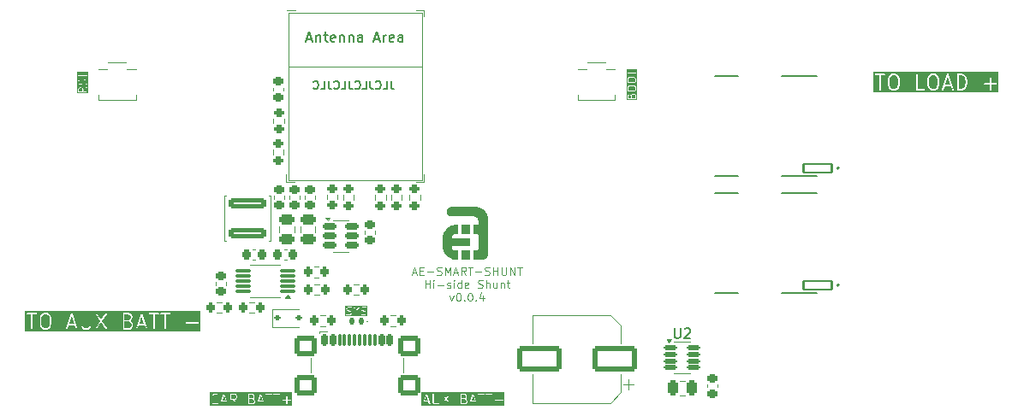
<source format=gbr>
%TF.GenerationSoftware,KiCad,Pcbnew,9.0.1*%
%TF.CreationDate,2025-09-10T18:07:53+10:00*%
%TF.ProjectId,smart_shunt_v0.0.1,736d6172-745f-4736-9875-6e745f76302e,v0.0.4*%
%TF.SameCoordinates,Original*%
%TF.FileFunction,Legend,Top*%
%TF.FilePolarity,Positive*%
%FSLAX46Y46*%
G04 Gerber Fmt 4.6, Leading zero omitted, Abs format (unit mm)*
G04 Created by KiCad (PCBNEW 9.0.1) date 2025-09-10 18:07:53*
%MOMM*%
%LPD*%
G01*
G04 APERTURE LIST*
G04 Aperture macros list*
%AMRoundRect*
0 Rectangle with rounded corners*
0 $1 Rounding radius*
0 $2 $3 $4 $5 $6 $7 $8 $9 X,Y pos of 4 corners*
0 Add a 4 corners polygon primitive as box body*
4,1,4,$2,$3,$4,$5,$6,$7,$8,$9,$2,$3,0*
0 Add four circle primitives for the rounded corners*
1,1,$1+$1,$2,$3*
1,1,$1+$1,$4,$5*
1,1,$1+$1,$6,$7*
1,1,$1+$1,$8,$9*
0 Add four rect primitives between the rounded corners*
20,1,$1+$1,$2,$3,$4,$5,0*
20,1,$1+$1,$4,$5,$6,$7,0*
20,1,$1+$1,$6,$7,$8,$9,0*
20,1,$1+$1,$8,$9,$2,$3,0*%
%AMFreePoly0*
4,1,6,0.725000,-0.725000,-0.725000,-0.725000,-0.725000,0.125000,-0.125000,0.725000,0.725000,0.725000,0.725000,-0.725000,0.725000,-0.725000,$1*%
G04 Aperture macros list end*
%ADD10C,0.150000*%
%ADD11C,0.080000*%
%ADD12C,0.100000*%
%ADD13C,0.090000*%
%ADD14C,0.120000*%
%ADD15C,0.127000*%
%ADD16C,0.200000*%
%ADD17C,0.000000*%
%ADD18C,0.010000*%
%ADD19R,0.800000X0.400000*%
%ADD20R,0.400000X0.800000*%
%ADD21R,1.450000X1.450000*%
%ADD22FreePoly0,0.000000*%
%ADD23R,0.700000X0.700000*%
%ADD24RoundRect,0.225000X0.250000X-0.225000X0.250000X0.225000X-0.250000X0.225000X-0.250000X-0.225000X0*%
%ADD25RoundRect,0.200000X0.200000X0.275000X-0.200000X0.275000X-0.200000X-0.275000X0.200000X-0.275000X0*%
%ADD26RoundRect,0.102000X1.400000X0.400000X-1.400000X0.400000X-1.400000X-0.400000X1.400000X-0.400000X0*%
%ADD27RoundRect,0.250000X1.600000X-0.300000X1.600000X0.300000X-1.600000X0.300000X-1.600000X-0.300000X0*%
%ADD28RoundRect,0.200000X-0.275000X0.200000X-0.275000X-0.200000X0.275000X-0.200000X0.275000X0.200000X0*%
%ADD29RoundRect,0.147500X0.147500X0.172500X-0.147500X0.172500X-0.147500X-0.172500X0.147500X-0.172500X0*%
%ADD30RoundRect,0.225000X-0.250000X0.225000X-0.250000X-0.225000X0.250000X-0.225000X0.250000X0.225000X0*%
%ADD31C,2.000000*%
%ADD32O,18.000000X18.500000*%
%ADD33RoundRect,0.200000X0.275000X-0.200000X0.275000X0.200000X-0.275000X0.200000X-0.275000X-0.200000X0*%
%ADD34C,0.800000*%
%ADD35C,6.400000*%
%ADD36RoundRect,0.150000X-0.512500X-0.150000X0.512500X-0.150000X0.512500X0.150000X-0.512500X0.150000X0*%
%ADD37RoundRect,0.250000X1.950000X1.000000X-1.950000X1.000000X-1.950000X-1.000000X1.950000X-1.000000X0*%
%ADD38RoundRect,0.250000X0.475000X-0.250000X0.475000X0.250000X-0.475000X0.250000X-0.475000X-0.250000X0*%
%ADD39RoundRect,0.112500X-0.187500X-0.112500X0.187500X-0.112500X0.187500X0.112500X-0.187500X0.112500X0*%
%ADD40C,0.750000*%
%ADD41R,1.400000X0.900000*%
%ADD42RoundRect,0.225000X-0.225000X-0.250000X0.225000X-0.250000X0.225000X0.250000X-0.225000X0.250000X0*%
%ADD43RoundRect,0.225000X0.225000X0.250000X-0.225000X0.250000X-0.225000X-0.250000X0.225000X-0.250000X0*%
%ADD44C,0.650000*%
%ADD45RoundRect,0.150000X-0.150000X-0.425000X0.150000X-0.425000X0.150000X0.425000X-0.150000X0.425000X0*%
%ADD46RoundRect,0.075000X-0.075000X-0.500000X0.075000X-0.500000X0.075000X0.500000X-0.075000X0.500000X0*%
%ADD47RoundRect,0.250000X-0.840000X-0.750000X0.840000X-0.750000X0.840000X0.750000X-0.840000X0.750000X0*%
%ADD48RoundRect,0.075000X0.650000X0.075000X-0.650000X0.075000X-0.650000X-0.075000X0.650000X-0.075000X0*%
%ADD49RoundRect,0.125000X-0.537500X-0.125000X0.537500X-0.125000X0.537500X0.125000X-0.537500X0.125000X0*%
%ADD50RoundRect,0.200000X-0.200000X-0.275000X0.200000X-0.275000X0.200000X0.275000X-0.200000X0.275000X0*%
%ADD51O,17.000000X17.500000*%
%ADD52RoundRect,0.250000X0.250000X0.475000X-0.250000X0.475000X-0.250000X-0.475000X0.250000X-0.475000X0*%
G04 APERTURE END LIST*
D10*
X146991079Y-68665603D02*
X146991079Y-69237031D01*
X146991079Y-69237031D02*
X147029174Y-69351317D01*
X147029174Y-69351317D02*
X147105365Y-69427508D01*
X147105365Y-69427508D02*
X147219650Y-69465603D01*
X147219650Y-69465603D02*
X147295841Y-69465603D01*
X146229174Y-69465603D02*
X146610126Y-69465603D01*
X146610126Y-69465603D02*
X146610126Y-68665603D01*
X145505364Y-69389412D02*
X145543460Y-69427508D01*
X145543460Y-69427508D02*
X145657745Y-69465603D01*
X145657745Y-69465603D02*
X145733936Y-69465603D01*
X145733936Y-69465603D02*
X145848222Y-69427508D01*
X145848222Y-69427508D02*
X145924412Y-69351317D01*
X145924412Y-69351317D02*
X145962507Y-69275127D01*
X145962507Y-69275127D02*
X146000603Y-69122746D01*
X146000603Y-69122746D02*
X146000603Y-69008460D01*
X146000603Y-69008460D02*
X145962507Y-68856079D01*
X145962507Y-68856079D02*
X145924412Y-68779888D01*
X145924412Y-68779888D02*
X145848222Y-68703698D01*
X145848222Y-68703698D02*
X145733936Y-68665603D01*
X145733936Y-68665603D02*
X145657745Y-68665603D01*
X145657745Y-68665603D02*
X145543460Y-68703698D01*
X145543460Y-68703698D02*
X145505364Y-68741793D01*
X144933936Y-68665603D02*
X144933936Y-69237031D01*
X144933936Y-69237031D02*
X144972031Y-69351317D01*
X144972031Y-69351317D02*
X145048222Y-69427508D01*
X145048222Y-69427508D02*
X145162507Y-69465603D01*
X145162507Y-69465603D02*
X145238698Y-69465603D01*
X144172031Y-69465603D02*
X144552983Y-69465603D01*
X144552983Y-69465603D02*
X144552983Y-68665603D01*
X143448221Y-69389412D02*
X143486317Y-69427508D01*
X143486317Y-69427508D02*
X143600602Y-69465603D01*
X143600602Y-69465603D02*
X143676793Y-69465603D01*
X143676793Y-69465603D02*
X143791079Y-69427508D01*
X143791079Y-69427508D02*
X143867269Y-69351317D01*
X143867269Y-69351317D02*
X143905364Y-69275127D01*
X143905364Y-69275127D02*
X143943460Y-69122746D01*
X143943460Y-69122746D02*
X143943460Y-69008460D01*
X143943460Y-69008460D02*
X143905364Y-68856079D01*
X143905364Y-68856079D02*
X143867269Y-68779888D01*
X143867269Y-68779888D02*
X143791079Y-68703698D01*
X143791079Y-68703698D02*
X143676793Y-68665603D01*
X143676793Y-68665603D02*
X143600602Y-68665603D01*
X143600602Y-68665603D02*
X143486317Y-68703698D01*
X143486317Y-68703698D02*
X143448221Y-68741793D01*
X142876793Y-68665603D02*
X142876793Y-69237031D01*
X142876793Y-69237031D02*
X142914888Y-69351317D01*
X142914888Y-69351317D02*
X142991079Y-69427508D01*
X142991079Y-69427508D02*
X143105364Y-69465603D01*
X143105364Y-69465603D02*
X143181555Y-69465603D01*
X142114888Y-69465603D02*
X142495840Y-69465603D01*
X142495840Y-69465603D02*
X142495840Y-68665603D01*
X141391078Y-69389412D02*
X141429174Y-69427508D01*
X141429174Y-69427508D02*
X141543459Y-69465603D01*
X141543459Y-69465603D02*
X141619650Y-69465603D01*
X141619650Y-69465603D02*
X141733936Y-69427508D01*
X141733936Y-69427508D02*
X141810126Y-69351317D01*
X141810126Y-69351317D02*
X141848221Y-69275127D01*
X141848221Y-69275127D02*
X141886317Y-69122746D01*
X141886317Y-69122746D02*
X141886317Y-69008460D01*
X141886317Y-69008460D02*
X141848221Y-68856079D01*
X141848221Y-68856079D02*
X141810126Y-68779888D01*
X141810126Y-68779888D02*
X141733936Y-68703698D01*
X141733936Y-68703698D02*
X141619650Y-68665603D01*
X141619650Y-68665603D02*
X141543459Y-68665603D01*
X141543459Y-68665603D02*
X141429174Y-68703698D01*
X141429174Y-68703698D02*
X141391078Y-68741793D01*
X140819650Y-68665603D02*
X140819650Y-69237031D01*
X140819650Y-69237031D02*
X140857745Y-69351317D01*
X140857745Y-69351317D02*
X140933936Y-69427508D01*
X140933936Y-69427508D02*
X141048221Y-69465603D01*
X141048221Y-69465603D02*
X141124412Y-69465603D01*
X140057745Y-69465603D02*
X140438697Y-69465603D01*
X140438697Y-69465603D02*
X140438697Y-68665603D01*
X139333935Y-69389412D02*
X139372031Y-69427508D01*
X139372031Y-69427508D02*
X139486316Y-69465603D01*
X139486316Y-69465603D02*
X139562507Y-69465603D01*
X139562507Y-69465603D02*
X139676793Y-69427508D01*
X139676793Y-69427508D02*
X139752983Y-69351317D01*
X139752983Y-69351317D02*
X139791078Y-69275127D01*
X139791078Y-69275127D02*
X139829174Y-69122746D01*
X139829174Y-69122746D02*
X139829174Y-69008460D01*
X139829174Y-69008460D02*
X139791078Y-68856079D01*
X139791078Y-68856079D02*
X139752983Y-68779888D01*
X139752983Y-68779888D02*
X139676793Y-68703698D01*
X139676793Y-68703698D02*
X139562507Y-68665603D01*
X139562507Y-68665603D02*
X139486316Y-68665603D01*
X139486316Y-68665603D02*
X139372031Y-68703698D01*
X139372031Y-68703698D02*
X139333935Y-68741793D01*
G36*
X113091286Y-91841695D02*
G01*
X113210848Y-91961257D01*
X113275000Y-92217862D01*
X113275000Y-92699393D01*
X113210848Y-92955998D01*
X113091286Y-93075560D01*
X112975152Y-93133628D01*
X112724848Y-93133628D01*
X112608712Y-93075560D01*
X112489150Y-92955998D01*
X112425000Y-92699394D01*
X112425000Y-92217861D01*
X112489150Y-91961257D01*
X112608712Y-91841695D01*
X112724848Y-91783628D01*
X112975152Y-91783628D01*
X113091286Y-91841695D01*
G37*
G36*
X121238057Y-92559894D02*
G01*
X121288360Y-92610197D01*
X121346428Y-92726332D01*
X121346428Y-92905209D01*
X121288360Y-93021344D01*
X121234144Y-93075560D01*
X121118009Y-93133628D01*
X120639285Y-93133628D01*
X120639285Y-92497914D01*
X121052115Y-92497914D01*
X121238057Y-92559894D01*
G37*
G36*
X121162716Y-91841696D02*
G01*
X121216932Y-91895912D01*
X121275000Y-92012047D01*
X121275000Y-92119494D01*
X121216932Y-92235629D01*
X121162716Y-92289846D01*
X121046580Y-92347914D01*
X120639285Y-92347914D01*
X120639285Y-91783628D01*
X121046580Y-91783628D01*
X121162716Y-91841696D01*
G37*
G36*
X115674515Y-92705057D02*
G01*
X115168343Y-92705057D01*
X115421429Y-91945798D01*
X115674515Y-92705057D01*
G37*
G36*
X122603086Y-92705057D02*
G01*
X122096914Y-92705057D01*
X122350000Y-91945798D01*
X122603086Y-92705057D01*
G37*
G36*
X128161654Y-93450295D02*
G01*
X110824060Y-93450295D01*
X110824060Y-91693996D01*
X110990727Y-91693996D01*
X110990727Y-91723260D01*
X111001926Y-91750296D01*
X111022618Y-91770988D01*
X111049654Y-91782187D01*
X111064286Y-91783628D01*
X111417857Y-91783628D01*
X111417857Y-93208628D01*
X111419298Y-93223260D01*
X111430497Y-93250296D01*
X111451189Y-93270988D01*
X111478225Y-93282187D01*
X111507489Y-93282187D01*
X111534525Y-93270988D01*
X111555217Y-93250296D01*
X111566416Y-93223260D01*
X111567857Y-93208628D01*
X111567857Y-92208628D01*
X112275000Y-92208628D01*
X112275000Y-92708628D01*
X112275251Y-92711181D01*
X112275089Y-92712273D01*
X112275897Y-92717745D01*
X112276441Y-92723260D01*
X112276864Y-92724281D01*
X112277239Y-92726818D01*
X112348667Y-93012532D01*
X112353614Y-93026378D01*
X112356934Y-93030859D01*
X112359068Y-93036010D01*
X112368395Y-93047375D01*
X112511253Y-93190233D01*
X112517002Y-93194951D01*
X112518302Y-93196450D01*
X112520560Y-93197871D01*
X112522619Y-93199561D01*
X112524448Y-93200318D01*
X112530745Y-93204282D01*
X112673602Y-93275710D01*
X112687334Y-93280965D01*
X112690021Y-93281155D01*
X112692511Y-93282187D01*
X112707143Y-93283628D01*
X112992857Y-93283628D01*
X113007489Y-93282187D01*
X113009978Y-93281155D01*
X113012666Y-93280965D01*
X113026398Y-93275710D01*
X113169255Y-93204282D01*
X113175554Y-93200317D01*
X113177382Y-93199560D01*
X113177762Y-93199248D01*
X114847018Y-93199248D01*
X114849093Y-93228438D01*
X114862179Y-93254611D01*
X114884286Y-93273785D01*
X114912049Y-93283039D01*
X114941239Y-93280964D01*
X114967412Y-93267878D01*
X114986586Y-93245771D01*
X114992580Y-93232345D01*
X115118343Y-92855057D01*
X115724515Y-92855057D01*
X115850278Y-93232345D01*
X115856272Y-93245771D01*
X115875446Y-93267878D01*
X115901619Y-93280965D01*
X115930809Y-93283039D01*
X115958572Y-93273785D01*
X115980679Y-93254611D01*
X115993766Y-93228438D01*
X115995840Y-93199248D01*
X115992580Y-93184911D01*
X115500486Y-91708628D01*
X116346428Y-91708628D01*
X116346428Y-92922914D01*
X116347869Y-92937546D01*
X116348899Y-92940034D01*
X116349091Y-92942724D01*
X116354346Y-92956455D01*
X116425775Y-93099312D01*
X116429739Y-93105611D01*
X116430497Y-93107439D01*
X116432185Y-93109495D01*
X116433607Y-93111755D01*
X116435105Y-93113054D01*
X116439824Y-93118804D01*
X116511253Y-93190233D01*
X116517003Y-93194953D01*
X116518302Y-93196450D01*
X116520556Y-93197869D01*
X116522618Y-93199561D01*
X116524450Y-93200319D01*
X116530745Y-93204282D01*
X116673602Y-93275710D01*
X116687334Y-93280965D01*
X116690021Y-93281155D01*
X116692511Y-93282187D01*
X116707143Y-93283628D01*
X116992857Y-93283628D01*
X117007489Y-93282187D01*
X117009978Y-93281155D01*
X117012666Y-93280965D01*
X117026398Y-93275710D01*
X117169255Y-93204282D01*
X117175554Y-93200317D01*
X117177382Y-93199560D01*
X117179438Y-93197871D01*
X117181698Y-93196450D01*
X117182997Y-93194951D01*
X117188747Y-93190233D01*
X117260176Y-93118804D01*
X117264896Y-93113053D01*
X117266393Y-93111755D01*
X117267812Y-93109500D01*
X117269504Y-93107439D01*
X117270262Y-93105606D01*
X117274225Y-93099312D01*
X117345653Y-92956455D01*
X117350908Y-92942723D01*
X117351098Y-92940035D01*
X117352130Y-92937546D01*
X117353571Y-92922914D01*
X117353571Y-91708628D01*
X117353563Y-91708549D01*
X117775000Y-91708549D01*
X117780679Y-91737257D01*
X117787596Y-91750231D01*
X118259860Y-92458628D01*
X117787596Y-93167025D01*
X117780679Y-93179999D01*
X117775000Y-93208707D01*
X117780739Y-93237401D01*
X117797022Y-93261716D01*
X117821371Y-93277949D01*
X117850079Y-93283628D01*
X117878773Y-93277889D01*
X117903088Y-93261606D01*
X117912404Y-93250231D01*
X118349999Y-92593836D01*
X118787596Y-93250231D01*
X118796912Y-93261606D01*
X118821227Y-93277889D01*
X118849921Y-93283628D01*
X118878629Y-93277949D01*
X118902978Y-93261717D01*
X118919261Y-93237402D01*
X118925000Y-93208707D01*
X118919321Y-93180000D01*
X118912404Y-93167026D01*
X118440138Y-92458628D01*
X118912404Y-91750230D01*
X118919321Y-91737256D01*
X118924984Y-91708628D01*
X120489285Y-91708628D01*
X120489285Y-93208628D01*
X120490726Y-93223260D01*
X120501925Y-93250296D01*
X120522617Y-93270988D01*
X120549653Y-93282187D01*
X120564285Y-93283628D01*
X121135714Y-93283628D01*
X121150346Y-93282187D01*
X121152835Y-93281155D01*
X121155523Y-93280965D01*
X121169255Y-93275710D01*
X121312112Y-93204282D01*
X121318411Y-93200317D01*
X121320239Y-93199560D01*
X121320619Y-93199248D01*
X121775589Y-93199248D01*
X121777664Y-93228438D01*
X121790750Y-93254611D01*
X121812857Y-93273785D01*
X121840620Y-93283039D01*
X121869810Y-93280964D01*
X121895983Y-93267878D01*
X121915157Y-93245771D01*
X121921151Y-93232345D01*
X122046914Y-92855057D01*
X122653086Y-92855057D01*
X122778849Y-93232345D01*
X122784843Y-93245771D01*
X122804017Y-93267878D01*
X122830190Y-93280965D01*
X122859380Y-93283039D01*
X122887143Y-93273785D01*
X122909250Y-93254611D01*
X122922337Y-93228438D01*
X122924411Y-93199248D01*
X122921151Y-93184911D01*
X122424179Y-91693996D01*
X123062155Y-91693996D01*
X123062155Y-91723260D01*
X123073354Y-91750296D01*
X123094046Y-91770988D01*
X123121082Y-91782187D01*
X123135714Y-91783628D01*
X123489285Y-91783628D01*
X123489285Y-93208628D01*
X123490726Y-93223260D01*
X123501925Y-93250296D01*
X123522617Y-93270988D01*
X123549653Y-93282187D01*
X123578917Y-93282187D01*
X123605953Y-93270988D01*
X123626645Y-93250296D01*
X123637844Y-93223260D01*
X123639285Y-93208628D01*
X123639285Y-91783628D01*
X123992857Y-91783628D01*
X124007489Y-91782187D01*
X124034525Y-91770988D01*
X124055217Y-91750296D01*
X124066416Y-91723260D01*
X124066416Y-91693996D01*
X124205012Y-91693996D01*
X124205012Y-91723260D01*
X124216211Y-91750296D01*
X124236903Y-91770988D01*
X124263939Y-91782187D01*
X124278571Y-91783628D01*
X124632142Y-91783628D01*
X124632142Y-93208628D01*
X124633583Y-93223260D01*
X124644782Y-93250296D01*
X124665474Y-93270988D01*
X124692510Y-93282187D01*
X124721774Y-93282187D01*
X124748810Y-93270988D01*
X124769502Y-93250296D01*
X124780701Y-93223260D01*
X124782142Y-93208628D01*
X124782142Y-92622568D01*
X126705011Y-92622568D01*
X126705011Y-92651832D01*
X126716210Y-92678868D01*
X126736902Y-92699560D01*
X126763938Y-92710759D01*
X126778570Y-92712200D01*
X127274999Y-92712200D01*
X127274999Y-93208628D01*
X127276440Y-93223260D01*
X127287639Y-93250296D01*
X127308331Y-93270988D01*
X127335367Y-93282187D01*
X127364631Y-93282187D01*
X127391667Y-93270988D01*
X127412359Y-93250296D01*
X127423558Y-93223260D01*
X127424999Y-93208628D01*
X127424999Y-92712200D01*
X127921428Y-92712200D01*
X127936060Y-92710759D01*
X127963096Y-92699560D01*
X127983788Y-92678868D01*
X127994987Y-92651832D01*
X127994987Y-92622568D01*
X127983788Y-92595532D01*
X127963096Y-92574840D01*
X127936060Y-92563641D01*
X127921428Y-92562200D01*
X127424999Y-92562200D01*
X127424999Y-92065771D01*
X127423558Y-92051139D01*
X127412359Y-92024103D01*
X127391667Y-92003411D01*
X127364631Y-91992212D01*
X127335367Y-91992212D01*
X127308331Y-92003411D01*
X127287639Y-92024103D01*
X127276440Y-92051139D01*
X127274999Y-92065771D01*
X127274999Y-92562200D01*
X126778570Y-92562200D01*
X126763938Y-92563641D01*
X126736902Y-92574840D01*
X126716210Y-92595532D01*
X126705011Y-92622568D01*
X124782142Y-92622568D01*
X124782142Y-91783628D01*
X125135714Y-91783628D01*
X125150346Y-91782187D01*
X125177382Y-91770988D01*
X125198074Y-91750296D01*
X125209273Y-91723260D01*
X125209273Y-91693996D01*
X125198074Y-91666960D01*
X125177382Y-91646268D01*
X125150346Y-91635069D01*
X125135714Y-91633628D01*
X124278571Y-91633628D01*
X124263939Y-91635069D01*
X124236903Y-91646268D01*
X124216211Y-91666960D01*
X124205012Y-91693996D01*
X124066416Y-91693996D01*
X124055217Y-91666960D01*
X124034525Y-91646268D01*
X124007489Y-91635069D01*
X123992857Y-91633628D01*
X123135714Y-91633628D01*
X123121082Y-91635069D01*
X123094046Y-91646268D01*
X123073354Y-91666960D01*
X123062155Y-91693996D01*
X122424179Y-91693996D01*
X122421151Y-91684911D01*
X122415157Y-91671485D01*
X122411646Y-91667437D01*
X122409250Y-91662645D01*
X122402145Y-91656482D01*
X122395983Y-91649378D01*
X122391191Y-91646982D01*
X122387143Y-91643471D01*
X122378219Y-91640496D01*
X122369810Y-91636292D01*
X122364465Y-91635912D01*
X122359380Y-91634217D01*
X122349997Y-91634883D01*
X122340620Y-91634217D01*
X122335537Y-91635911D01*
X122330190Y-91636291D01*
X122321776Y-91640497D01*
X122312857Y-91643471D01*
X122308809Y-91646981D01*
X122304017Y-91649378D01*
X122297854Y-91656482D01*
X122290750Y-91662645D01*
X122288354Y-91667436D01*
X122284843Y-91671485D01*
X122278849Y-91684911D01*
X121778849Y-93184911D01*
X121775589Y-93199248D01*
X121320619Y-93199248D01*
X121322295Y-93197871D01*
X121324555Y-93196450D01*
X121325854Y-93194951D01*
X121331604Y-93190233D01*
X121403033Y-93118804D01*
X121407753Y-93113053D01*
X121409250Y-93111755D01*
X121410669Y-93109500D01*
X121412361Y-93107439D01*
X121413119Y-93105606D01*
X121417082Y-93099312D01*
X121488510Y-92956455D01*
X121493765Y-92942723D01*
X121493955Y-92940035D01*
X121494987Y-92937546D01*
X121496428Y-92922914D01*
X121496428Y-92708628D01*
X121494987Y-92693996D01*
X121493955Y-92691506D01*
X121493765Y-92688819D01*
X121488510Y-92675087D01*
X121417082Y-92532230D01*
X121413119Y-92525935D01*
X121412361Y-92524103D01*
X121410669Y-92522041D01*
X121409250Y-92519787D01*
X121407753Y-92518488D01*
X121403033Y-92512738D01*
X121331604Y-92441309D01*
X121320239Y-92431982D01*
X121317748Y-92430950D01*
X121315713Y-92429185D01*
X121302288Y-92423191D01*
X121256158Y-92407814D01*
X121260176Y-92404518D01*
X121331604Y-92333090D01*
X121336324Y-92327337D01*
X121337820Y-92326041D01*
X121339239Y-92323786D01*
X121340931Y-92321725D01*
X121341689Y-92319894D01*
X121345653Y-92313598D01*
X121417082Y-92170741D01*
X121422337Y-92157010D01*
X121422528Y-92154320D01*
X121423559Y-92151832D01*
X121425000Y-92137200D01*
X121425000Y-91994342D01*
X121423559Y-91979710D01*
X121422528Y-91977221D01*
X121422337Y-91974532D01*
X121417082Y-91960801D01*
X121345653Y-91817944D01*
X121341689Y-91811647D01*
X121340931Y-91809817D01*
X121339239Y-91807755D01*
X121337820Y-91805501D01*
X121336324Y-91804204D01*
X121331604Y-91798452D01*
X121260176Y-91727024D01*
X121254426Y-91722305D01*
X121253127Y-91720807D01*
X121250867Y-91719385D01*
X121248811Y-91717697D01*
X121246983Y-91716939D01*
X121240684Y-91712975D01*
X121097826Y-91641546D01*
X121084094Y-91636291D01*
X121081406Y-91636100D01*
X121078917Y-91635069D01*
X121064285Y-91633628D01*
X120564285Y-91633628D01*
X120549653Y-91635069D01*
X120522617Y-91646268D01*
X120501925Y-91666960D01*
X120490726Y-91693996D01*
X120489285Y-91708628D01*
X118924984Y-91708628D01*
X118925000Y-91708549D01*
X118919261Y-91679854D01*
X118902978Y-91655539D01*
X118878629Y-91639307D01*
X118849921Y-91633628D01*
X118821227Y-91639367D01*
X118796912Y-91655650D01*
X118787596Y-91667025D01*
X118349999Y-92323419D01*
X117912404Y-91667025D01*
X117903088Y-91655650D01*
X117878773Y-91639367D01*
X117850079Y-91633628D01*
X117821371Y-91639307D01*
X117797022Y-91655540D01*
X117780739Y-91679855D01*
X117775000Y-91708549D01*
X117353563Y-91708549D01*
X117352130Y-91693996D01*
X117340931Y-91666960D01*
X117320239Y-91646268D01*
X117293203Y-91635069D01*
X117263939Y-91635069D01*
X117236903Y-91646268D01*
X117216211Y-91666960D01*
X117205012Y-91693996D01*
X117203571Y-91708628D01*
X117203571Y-92905209D01*
X117145503Y-93021344D01*
X117091287Y-93075560D01*
X116975152Y-93133628D01*
X116724848Y-93133628D01*
X116608712Y-93075560D01*
X116554495Y-93021343D01*
X116496428Y-92905208D01*
X116496428Y-91708628D01*
X116494987Y-91693996D01*
X116483788Y-91666960D01*
X116463096Y-91646268D01*
X116436060Y-91635069D01*
X116406796Y-91635069D01*
X116379760Y-91646268D01*
X116359068Y-91666960D01*
X116347869Y-91693996D01*
X116346428Y-91708628D01*
X115500486Y-91708628D01*
X115492580Y-91684911D01*
X115486586Y-91671485D01*
X115483075Y-91667437D01*
X115480679Y-91662645D01*
X115473574Y-91656482D01*
X115467412Y-91649378D01*
X115462620Y-91646982D01*
X115458572Y-91643471D01*
X115449648Y-91640496D01*
X115441239Y-91636292D01*
X115435894Y-91635912D01*
X115430809Y-91634217D01*
X115421426Y-91634883D01*
X115412049Y-91634217D01*
X115406966Y-91635911D01*
X115401619Y-91636291D01*
X115393205Y-91640497D01*
X115384286Y-91643471D01*
X115380238Y-91646981D01*
X115375446Y-91649378D01*
X115369283Y-91656482D01*
X115362179Y-91662645D01*
X115359783Y-91667436D01*
X115356272Y-91671485D01*
X115350278Y-91684911D01*
X114850278Y-93184911D01*
X114847018Y-93199248D01*
X113177762Y-93199248D01*
X113179438Y-93197871D01*
X113181698Y-93196450D01*
X113182997Y-93194951D01*
X113188747Y-93190233D01*
X113331604Y-93047375D01*
X113340932Y-93036009D01*
X113343065Y-93030858D01*
X113346385Y-93026378D01*
X113351332Y-93012532D01*
X113422761Y-92726819D01*
X113423136Y-92724280D01*
X113423559Y-92723260D01*
X113424101Y-92717748D01*
X113424911Y-92712274D01*
X113424748Y-92711181D01*
X113425000Y-92708628D01*
X113425000Y-92208628D01*
X113424748Y-92206074D01*
X113424911Y-92204982D01*
X113424101Y-92199507D01*
X113423559Y-92193996D01*
X113423136Y-92192975D01*
X113422761Y-92190437D01*
X113351332Y-91904724D01*
X113346385Y-91890878D01*
X113343064Y-91886396D01*
X113340931Y-91881246D01*
X113331604Y-91869881D01*
X113188747Y-91727024D01*
X113182997Y-91722305D01*
X113181698Y-91720807D01*
X113179438Y-91719385D01*
X113177382Y-91717697D01*
X113175554Y-91716939D01*
X113169255Y-91712975D01*
X113026398Y-91641546D01*
X113012667Y-91636291D01*
X113009977Y-91636099D01*
X113007489Y-91635069D01*
X112992857Y-91633628D01*
X112707143Y-91633628D01*
X112692511Y-91635069D01*
X112690022Y-91636099D01*
X112687333Y-91636291D01*
X112673602Y-91641546D01*
X112530745Y-91712975D01*
X112524450Y-91716937D01*
X112522619Y-91717696D01*
X112520556Y-91719389D01*
X112518302Y-91720808D01*
X112517005Y-91722303D01*
X112511253Y-91727024D01*
X112368395Y-91869881D01*
X112359068Y-91881246D01*
X112356934Y-91886397D01*
X112353614Y-91890878D01*
X112348667Y-91904724D01*
X112277239Y-92190438D01*
X112276864Y-92192974D01*
X112276441Y-92193996D01*
X112275897Y-92199510D01*
X112275089Y-92204983D01*
X112275251Y-92206074D01*
X112275000Y-92208628D01*
X111567857Y-92208628D01*
X111567857Y-91783628D01*
X111921429Y-91783628D01*
X111936061Y-91782187D01*
X111963097Y-91770988D01*
X111983789Y-91750296D01*
X111994988Y-91723260D01*
X111994988Y-91693996D01*
X111983789Y-91666960D01*
X111963097Y-91646268D01*
X111936061Y-91635069D01*
X111921429Y-91633628D01*
X111064286Y-91633628D01*
X111049654Y-91635069D01*
X111022618Y-91646268D01*
X111001926Y-91666960D01*
X110990727Y-91693996D01*
X110824060Y-91693996D01*
X110824060Y-91466961D01*
X128161654Y-91466961D01*
X128161654Y-93450295D01*
G37*
D11*
G36*
X116425908Y-69380372D02*
G01*
X116454822Y-69409287D01*
X116485792Y-69471226D01*
X116485792Y-69726545D01*
X116146745Y-69726545D01*
X116146745Y-69471226D01*
X116177714Y-69409286D01*
X116206629Y-69380371D01*
X116268568Y-69349402D01*
X116363968Y-69349402D01*
X116425908Y-69380372D01*
G37*
G36*
X117035634Y-69895434D02*
G01*
X115977856Y-69895434D01*
X115977856Y-69461783D01*
X116066745Y-69461783D01*
X116066745Y-69766545D01*
X116069790Y-69781852D01*
X116091438Y-69803500D01*
X116106745Y-69806545D01*
X116906745Y-69806545D01*
X116922052Y-69803500D01*
X116943700Y-69781852D01*
X116943700Y-69751238D01*
X116922052Y-69729590D01*
X116906745Y-69726545D01*
X116565792Y-69726545D01*
X116565792Y-69596894D01*
X116929683Y-69342171D01*
X116940477Y-69330899D01*
X116945797Y-69300750D01*
X116928241Y-69275670D01*
X116898092Y-69270349D01*
X116883806Y-69276633D01*
X116565792Y-69499243D01*
X116565792Y-69461783D01*
X116565400Y-69459817D01*
X116565691Y-69458947D01*
X116563997Y-69452763D01*
X116562747Y-69446476D01*
X116562098Y-69445827D01*
X116561569Y-69443894D01*
X116523474Y-69367704D01*
X116519541Y-69362637D01*
X116515981Y-69357308D01*
X116477886Y-69319214D01*
X116472555Y-69315652D01*
X116467490Y-69311721D01*
X116391300Y-69273625D01*
X116389366Y-69273095D01*
X116388718Y-69272447D01*
X116382430Y-69271196D01*
X116376247Y-69269503D01*
X116375376Y-69269793D01*
X116373411Y-69269402D01*
X116259126Y-69269402D01*
X116257160Y-69269793D01*
X116256290Y-69269503D01*
X116250106Y-69271196D01*
X116243819Y-69272447D01*
X116243170Y-69273095D01*
X116241237Y-69273625D01*
X116165046Y-69311721D01*
X116159979Y-69315653D01*
X116154650Y-69319214D01*
X116116556Y-69357309D01*
X116112997Y-69362634D01*
X116109063Y-69367704D01*
X116070968Y-69443894D01*
X116070438Y-69445827D01*
X116069790Y-69446476D01*
X116068539Y-69452763D01*
X116066846Y-69458947D01*
X116067136Y-69459817D01*
X116066745Y-69461783D01*
X115977856Y-69461783D01*
X115977856Y-68661783D01*
X116066745Y-68661783D01*
X116066745Y-68852260D01*
X116067136Y-68854225D01*
X116066846Y-68855096D01*
X116068539Y-68861279D01*
X116069790Y-68867567D01*
X116070438Y-68868215D01*
X116070968Y-68870149D01*
X116109063Y-68946339D01*
X116112997Y-68951408D01*
X116116556Y-68956734D01*
X116154650Y-68994829D01*
X116159979Y-68998389D01*
X116165046Y-69002322D01*
X116241237Y-69040418D01*
X116243170Y-69040947D01*
X116243819Y-69041596D01*
X116250106Y-69042846D01*
X116256290Y-69044540D01*
X116257160Y-69044249D01*
X116259126Y-69044641D01*
X116335316Y-69044641D01*
X116337281Y-69044249D01*
X116338152Y-69044540D01*
X116344335Y-69042846D01*
X116350623Y-69041596D01*
X116351271Y-69040947D01*
X116353205Y-69040418D01*
X116429395Y-69002322D01*
X116434460Y-68998390D01*
X116439791Y-68994829D01*
X116477886Y-68956735D01*
X116481446Y-68951405D01*
X116485379Y-68946339D01*
X116523474Y-68870149D01*
X116524631Y-68865922D01*
X116526503Y-68861961D01*
X116563532Y-68713840D01*
X116596762Y-68647381D01*
X116625677Y-68618467D01*
X116687616Y-68587498D01*
X116744921Y-68587498D01*
X116806859Y-68618467D01*
X116835777Y-68647384D01*
X116866745Y-68709320D01*
X116866745Y-68883865D01*
X116830703Y-68991992D01*
X116828751Y-69007476D01*
X116842442Y-69034859D01*
X116871485Y-69044540D01*
X116898868Y-69030849D01*
X116906597Y-69017290D01*
X116944692Y-68903004D01*
X116945493Y-68896646D01*
X116946745Y-68890355D01*
X116946745Y-68699879D01*
X116946354Y-68697913D01*
X116946644Y-68697044D01*
X116944951Y-68690863D01*
X116943700Y-68684572D01*
X116943051Y-68683923D01*
X116942522Y-68681991D01*
X116904427Y-68605800D01*
X116900497Y-68600736D01*
X116896934Y-68595403D01*
X116858838Y-68557308D01*
X116853506Y-68553746D01*
X116848443Y-68549816D01*
X116772253Y-68511721D01*
X116770319Y-68511191D01*
X116769671Y-68510543D01*
X116763383Y-68509292D01*
X116757200Y-68507599D01*
X116756329Y-68507889D01*
X116754364Y-68507498D01*
X116678173Y-68507498D01*
X116676207Y-68507889D01*
X116675337Y-68507599D01*
X116669153Y-68509292D01*
X116662866Y-68510543D01*
X116662217Y-68511191D01*
X116660284Y-68511721D01*
X116584094Y-68549816D01*
X116579027Y-68553748D01*
X116573698Y-68557309D01*
X116535604Y-68595404D01*
X116532042Y-68600734D01*
X116528111Y-68605800D01*
X116490015Y-68681990D01*
X116488858Y-68686214D01*
X116486986Y-68690177D01*
X116449955Y-68838299D01*
X116416727Y-68904755D01*
X116387813Y-68933670D01*
X116325873Y-68964641D01*
X116268568Y-68964641D01*
X116206629Y-68933671D01*
X116177714Y-68904756D01*
X116146745Y-68842817D01*
X116146745Y-68668273D01*
X116182787Y-68560147D01*
X116184739Y-68544663D01*
X116171048Y-68517280D01*
X116142005Y-68507599D01*
X116114622Y-68521290D01*
X116106893Y-68534849D01*
X116068798Y-68649134D01*
X116067996Y-68655491D01*
X116066745Y-68661783D01*
X115977856Y-68661783D01*
X115977856Y-67861783D01*
X116066745Y-67861783D01*
X116066745Y-68318926D01*
X116069790Y-68334233D01*
X116091438Y-68355881D01*
X116122052Y-68355881D01*
X116143700Y-68334233D01*
X116146745Y-68318926D01*
X116146745Y-68130355D01*
X116906745Y-68130355D01*
X116922052Y-68127310D01*
X116943700Y-68105662D01*
X116943700Y-68075048D01*
X116922052Y-68053400D01*
X116906745Y-68050355D01*
X116146745Y-68050355D01*
X116146745Y-67861783D01*
X116143700Y-67846476D01*
X116122052Y-67824828D01*
X116091438Y-67824828D01*
X116069790Y-67846476D01*
X116066745Y-67861783D01*
X115977856Y-67861783D01*
X115977856Y-67735939D01*
X117035634Y-67735939D01*
X117035634Y-69895434D01*
G37*
X149137382Y-87664762D02*
X149518335Y-87664762D01*
X149061192Y-87893334D02*
X149327859Y-87093334D01*
X149327859Y-87093334D02*
X149594525Y-87893334D01*
X149861192Y-87474286D02*
X150127858Y-87474286D01*
X150242144Y-87893334D02*
X149861192Y-87893334D01*
X149861192Y-87893334D02*
X149861192Y-87093334D01*
X149861192Y-87093334D02*
X150242144Y-87093334D01*
X150585002Y-87588572D02*
X151194526Y-87588572D01*
X151537382Y-87855239D02*
X151651668Y-87893334D01*
X151651668Y-87893334D02*
X151842144Y-87893334D01*
X151842144Y-87893334D02*
X151918335Y-87855239D01*
X151918335Y-87855239D02*
X151956430Y-87817143D01*
X151956430Y-87817143D02*
X151994525Y-87740953D01*
X151994525Y-87740953D02*
X151994525Y-87664762D01*
X151994525Y-87664762D02*
X151956430Y-87588572D01*
X151956430Y-87588572D02*
X151918335Y-87550477D01*
X151918335Y-87550477D02*
X151842144Y-87512381D01*
X151842144Y-87512381D02*
X151689763Y-87474286D01*
X151689763Y-87474286D02*
X151613573Y-87436191D01*
X151613573Y-87436191D02*
X151575478Y-87398096D01*
X151575478Y-87398096D02*
X151537382Y-87321905D01*
X151537382Y-87321905D02*
X151537382Y-87245715D01*
X151537382Y-87245715D02*
X151575478Y-87169524D01*
X151575478Y-87169524D02*
X151613573Y-87131429D01*
X151613573Y-87131429D02*
X151689763Y-87093334D01*
X151689763Y-87093334D02*
X151880240Y-87093334D01*
X151880240Y-87093334D02*
X151994525Y-87131429D01*
X152337383Y-87893334D02*
X152337383Y-87093334D01*
X152337383Y-87093334D02*
X152604049Y-87664762D01*
X152604049Y-87664762D02*
X152870716Y-87093334D01*
X152870716Y-87093334D02*
X152870716Y-87893334D01*
X153213573Y-87664762D02*
X153594526Y-87664762D01*
X153137383Y-87893334D02*
X153404050Y-87093334D01*
X153404050Y-87093334D02*
X153670716Y-87893334D01*
X154394526Y-87893334D02*
X154127859Y-87512381D01*
X153937383Y-87893334D02*
X153937383Y-87093334D01*
X153937383Y-87093334D02*
X154242145Y-87093334D01*
X154242145Y-87093334D02*
X154318335Y-87131429D01*
X154318335Y-87131429D02*
X154356430Y-87169524D01*
X154356430Y-87169524D02*
X154394526Y-87245715D01*
X154394526Y-87245715D02*
X154394526Y-87360000D01*
X154394526Y-87360000D02*
X154356430Y-87436191D01*
X154356430Y-87436191D02*
X154318335Y-87474286D01*
X154318335Y-87474286D02*
X154242145Y-87512381D01*
X154242145Y-87512381D02*
X153937383Y-87512381D01*
X154623097Y-87093334D02*
X155080240Y-87093334D01*
X154851668Y-87893334D02*
X154851668Y-87093334D01*
X155346907Y-87588572D02*
X155956431Y-87588572D01*
X156299287Y-87855239D02*
X156413573Y-87893334D01*
X156413573Y-87893334D02*
X156604049Y-87893334D01*
X156604049Y-87893334D02*
X156680240Y-87855239D01*
X156680240Y-87855239D02*
X156718335Y-87817143D01*
X156718335Y-87817143D02*
X156756430Y-87740953D01*
X156756430Y-87740953D02*
X156756430Y-87664762D01*
X156756430Y-87664762D02*
X156718335Y-87588572D01*
X156718335Y-87588572D02*
X156680240Y-87550477D01*
X156680240Y-87550477D02*
X156604049Y-87512381D01*
X156604049Y-87512381D02*
X156451668Y-87474286D01*
X156451668Y-87474286D02*
X156375478Y-87436191D01*
X156375478Y-87436191D02*
X156337383Y-87398096D01*
X156337383Y-87398096D02*
X156299287Y-87321905D01*
X156299287Y-87321905D02*
X156299287Y-87245715D01*
X156299287Y-87245715D02*
X156337383Y-87169524D01*
X156337383Y-87169524D02*
X156375478Y-87131429D01*
X156375478Y-87131429D02*
X156451668Y-87093334D01*
X156451668Y-87093334D02*
X156642145Y-87093334D01*
X156642145Y-87093334D02*
X156756430Y-87131429D01*
X157099288Y-87893334D02*
X157099288Y-87093334D01*
X157099288Y-87474286D02*
X157556431Y-87474286D01*
X157556431Y-87893334D02*
X157556431Y-87093334D01*
X157937383Y-87093334D02*
X157937383Y-87740953D01*
X157937383Y-87740953D02*
X157975478Y-87817143D01*
X157975478Y-87817143D02*
X158013573Y-87855239D01*
X158013573Y-87855239D02*
X158089764Y-87893334D01*
X158089764Y-87893334D02*
X158242145Y-87893334D01*
X158242145Y-87893334D02*
X158318335Y-87855239D01*
X158318335Y-87855239D02*
X158356430Y-87817143D01*
X158356430Y-87817143D02*
X158394526Y-87740953D01*
X158394526Y-87740953D02*
X158394526Y-87093334D01*
X158775478Y-87893334D02*
X158775478Y-87093334D01*
X158775478Y-87093334D02*
X159232621Y-87893334D01*
X159232621Y-87893334D02*
X159232621Y-87093334D01*
X159499287Y-87093334D02*
X159956430Y-87093334D01*
X159727858Y-87893334D02*
X159727858Y-87093334D01*
X150375477Y-89181289D02*
X150375477Y-88381289D01*
X150375477Y-88762241D02*
X150832620Y-88762241D01*
X150832620Y-89181289D02*
X150832620Y-88381289D01*
X151213572Y-89181289D02*
X151213572Y-88647955D01*
X151213572Y-88381289D02*
X151175476Y-88419384D01*
X151175476Y-88419384D02*
X151213572Y-88457479D01*
X151213572Y-88457479D02*
X151251667Y-88419384D01*
X151251667Y-88419384D02*
X151213572Y-88381289D01*
X151213572Y-88381289D02*
X151213572Y-88457479D01*
X151594524Y-88876527D02*
X152204048Y-88876527D01*
X152546904Y-89143194D02*
X152623095Y-89181289D01*
X152623095Y-89181289D02*
X152775476Y-89181289D01*
X152775476Y-89181289D02*
X152851666Y-89143194D01*
X152851666Y-89143194D02*
X152889762Y-89067003D01*
X152889762Y-89067003D02*
X152889762Y-89028908D01*
X152889762Y-89028908D02*
X152851666Y-88952717D01*
X152851666Y-88952717D02*
X152775476Y-88914622D01*
X152775476Y-88914622D02*
X152661190Y-88914622D01*
X152661190Y-88914622D02*
X152585000Y-88876527D01*
X152585000Y-88876527D02*
X152546904Y-88800336D01*
X152546904Y-88800336D02*
X152546904Y-88762241D01*
X152546904Y-88762241D02*
X152585000Y-88686051D01*
X152585000Y-88686051D02*
X152661190Y-88647955D01*
X152661190Y-88647955D02*
X152775476Y-88647955D01*
X152775476Y-88647955D02*
X152851666Y-88686051D01*
X153232619Y-89181289D02*
X153232619Y-88647955D01*
X153232619Y-88381289D02*
X153194523Y-88419384D01*
X153194523Y-88419384D02*
X153232619Y-88457479D01*
X153232619Y-88457479D02*
X153270714Y-88419384D01*
X153270714Y-88419384D02*
X153232619Y-88381289D01*
X153232619Y-88381289D02*
X153232619Y-88457479D01*
X153956428Y-89181289D02*
X153956428Y-88381289D01*
X153956428Y-89143194D02*
X153880237Y-89181289D01*
X153880237Y-89181289D02*
X153727856Y-89181289D01*
X153727856Y-89181289D02*
X153651666Y-89143194D01*
X153651666Y-89143194D02*
X153613571Y-89105098D01*
X153613571Y-89105098D02*
X153575475Y-89028908D01*
X153575475Y-89028908D02*
X153575475Y-88800336D01*
X153575475Y-88800336D02*
X153613571Y-88724146D01*
X153613571Y-88724146D02*
X153651666Y-88686051D01*
X153651666Y-88686051D02*
X153727856Y-88647955D01*
X153727856Y-88647955D02*
X153880237Y-88647955D01*
X153880237Y-88647955D02*
X153956428Y-88686051D01*
X154642143Y-89143194D02*
X154565952Y-89181289D01*
X154565952Y-89181289D02*
X154413571Y-89181289D01*
X154413571Y-89181289D02*
X154337381Y-89143194D01*
X154337381Y-89143194D02*
X154299285Y-89067003D01*
X154299285Y-89067003D02*
X154299285Y-88762241D01*
X154299285Y-88762241D02*
X154337381Y-88686051D01*
X154337381Y-88686051D02*
X154413571Y-88647955D01*
X154413571Y-88647955D02*
X154565952Y-88647955D01*
X154565952Y-88647955D02*
X154642143Y-88686051D01*
X154642143Y-88686051D02*
X154680238Y-88762241D01*
X154680238Y-88762241D02*
X154680238Y-88838432D01*
X154680238Y-88838432D02*
X154299285Y-88914622D01*
X155594523Y-89143194D02*
X155708809Y-89181289D01*
X155708809Y-89181289D02*
X155899285Y-89181289D01*
X155899285Y-89181289D02*
X155975476Y-89143194D01*
X155975476Y-89143194D02*
X156013571Y-89105098D01*
X156013571Y-89105098D02*
X156051666Y-89028908D01*
X156051666Y-89028908D02*
X156051666Y-88952717D01*
X156051666Y-88952717D02*
X156013571Y-88876527D01*
X156013571Y-88876527D02*
X155975476Y-88838432D01*
X155975476Y-88838432D02*
X155899285Y-88800336D01*
X155899285Y-88800336D02*
X155746904Y-88762241D01*
X155746904Y-88762241D02*
X155670714Y-88724146D01*
X155670714Y-88724146D02*
X155632619Y-88686051D01*
X155632619Y-88686051D02*
X155594523Y-88609860D01*
X155594523Y-88609860D02*
X155594523Y-88533670D01*
X155594523Y-88533670D02*
X155632619Y-88457479D01*
X155632619Y-88457479D02*
X155670714Y-88419384D01*
X155670714Y-88419384D02*
X155746904Y-88381289D01*
X155746904Y-88381289D02*
X155937381Y-88381289D01*
X155937381Y-88381289D02*
X156051666Y-88419384D01*
X156394524Y-89181289D02*
X156394524Y-88381289D01*
X156737381Y-89181289D02*
X156737381Y-88762241D01*
X156737381Y-88762241D02*
X156699286Y-88686051D01*
X156699286Y-88686051D02*
X156623095Y-88647955D01*
X156623095Y-88647955D02*
X156508809Y-88647955D01*
X156508809Y-88647955D02*
X156432619Y-88686051D01*
X156432619Y-88686051D02*
X156394524Y-88724146D01*
X157461191Y-88647955D02*
X157461191Y-89181289D01*
X157118334Y-88647955D02*
X157118334Y-89067003D01*
X157118334Y-89067003D02*
X157156429Y-89143194D01*
X157156429Y-89143194D02*
X157232619Y-89181289D01*
X157232619Y-89181289D02*
X157346905Y-89181289D01*
X157346905Y-89181289D02*
X157423096Y-89143194D01*
X157423096Y-89143194D02*
X157461191Y-89105098D01*
X157842144Y-88647955D02*
X157842144Y-89181289D01*
X157842144Y-88724146D02*
X157880239Y-88686051D01*
X157880239Y-88686051D02*
X157956429Y-88647955D01*
X157956429Y-88647955D02*
X158070715Y-88647955D01*
X158070715Y-88647955D02*
X158146906Y-88686051D01*
X158146906Y-88686051D02*
X158185001Y-88762241D01*
X158185001Y-88762241D02*
X158185001Y-89181289D01*
X158451668Y-88647955D02*
X158756430Y-88647955D01*
X158565954Y-88381289D02*
X158565954Y-89067003D01*
X158565954Y-89067003D02*
X158604049Y-89143194D01*
X158604049Y-89143194D02*
X158680239Y-89181289D01*
X158680239Y-89181289D02*
X158756430Y-89181289D01*
X152794525Y-89935910D02*
X152985001Y-90469244D01*
X152985001Y-90469244D02*
X153175478Y-89935910D01*
X153632621Y-89669244D02*
X153708811Y-89669244D01*
X153708811Y-89669244D02*
X153785002Y-89707339D01*
X153785002Y-89707339D02*
X153823097Y-89745434D01*
X153823097Y-89745434D02*
X153861192Y-89821625D01*
X153861192Y-89821625D02*
X153899287Y-89974006D01*
X153899287Y-89974006D02*
X153899287Y-90164482D01*
X153899287Y-90164482D02*
X153861192Y-90316863D01*
X153861192Y-90316863D02*
X153823097Y-90393053D01*
X153823097Y-90393053D02*
X153785002Y-90431149D01*
X153785002Y-90431149D02*
X153708811Y-90469244D01*
X153708811Y-90469244D02*
X153632621Y-90469244D01*
X153632621Y-90469244D02*
X153556430Y-90431149D01*
X153556430Y-90431149D02*
X153518335Y-90393053D01*
X153518335Y-90393053D02*
X153480240Y-90316863D01*
X153480240Y-90316863D02*
X153442144Y-90164482D01*
X153442144Y-90164482D02*
X153442144Y-89974006D01*
X153442144Y-89974006D02*
X153480240Y-89821625D01*
X153480240Y-89821625D02*
X153518335Y-89745434D01*
X153518335Y-89745434D02*
X153556430Y-89707339D01*
X153556430Y-89707339D02*
X153632621Y-89669244D01*
X154242145Y-90393053D02*
X154280240Y-90431149D01*
X154280240Y-90431149D02*
X154242145Y-90469244D01*
X154242145Y-90469244D02*
X154204049Y-90431149D01*
X154204049Y-90431149D02*
X154242145Y-90393053D01*
X154242145Y-90393053D02*
X154242145Y-90469244D01*
X154775478Y-89669244D02*
X154851668Y-89669244D01*
X154851668Y-89669244D02*
X154927859Y-89707339D01*
X154927859Y-89707339D02*
X154965954Y-89745434D01*
X154965954Y-89745434D02*
X155004049Y-89821625D01*
X155004049Y-89821625D02*
X155042144Y-89974006D01*
X155042144Y-89974006D02*
X155042144Y-90164482D01*
X155042144Y-90164482D02*
X155004049Y-90316863D01*
X155004049Y-90316863D02*
X154965954Y-90393053D01*
X154965954Y-90393053D02*
X154927859Y-90431149D01*
X154927859Y-90431149D02*
X154851668Y-90469244D01*
X154851668Y-90469244D02*
X154775478Y-90469244D01*
X154775478Y-90469244D02*
X154699287Y-90431149D01*
X154699287Y-90431149D02*
X154661192Y-90393053D01*
X154661192Y-90393053D02*
X154623097Y-90316863D01*
X154623097Y-90316863D02*
X154585001Y-90164482D01*
X154585001Y-90164482D02*
X154585001Y-89974006D01*
X154585001Y-89974006D02*
X154623097Y-89821625D01*
X154623097Y-89821625D02*
X154661192Y-89745434D01*
X154661192Y-89745434D02*
X154699287Y-89707339D01*
X154699287Y-89707339D02*
X154775478Y-89669244D01*
X155385002Y-90393053D02*
X155423097Y-90431149D01*
X155423097Y-90431149D02*
X155385002Y-90469244D01*
X155385002Y-90469244D02*
X155346906Y-90431149D01*
X155346906Y-90431149D02*
X155385002Y-90393053D01*
X155385002Y-90393053D02*
X155385002Y-90469244D01*
X156108811Y-89935910D02*
X156108811Y-90469244D01*
X155918335Y-89631149D02*
X155727858Y-90202577D01*
X155727858Y-90202577D02*
X156223097Y-90202577D01*
G36*
X170687813Y-70075610D02*
G01*
X170716729Y-70104527D01*
X170747698Y-70166464D01*
X170747698Y-70383689D01*
X170446746Y-70383689D01*
X170446746Y-70166464D01*
X170477714Y-70104526D01*
X170506631Y-70075610D01*
X170568569Y-70044642D01*
X170625875Y-70044642D01*
X170687813Y-70075610D01*
G37*
G36*
X171106860Y-70037515D02*
G01*
X171135777Y-70066432D01*
X171166746Y-70128370D01*
X171166746Y-70383689D01*
X170827698Y-70383689D01*
X170827698Y-70163512D01*
X170860753Y-70064345D01*
X170887583Y-70037515D01*
X170949522Y-70006546D01*
X171044922Y-70006546D01*
X171106860Y-70037515D01*
G37*
G36*
X171072010Y-69202664D02*
G01*
X171135776Y-69266431D01*
X171166746Y-69328370D01*
X171166746Y-69461866D01*
X171135777Y-69523803D01*
X171072011Y-69587569D01*
X170935153Y-69621785D01*
X170678338Y-69621785D01*
X170541479Y-69587569D01*
X170477715Y-69523805D01*
X170446746Y-69461866D01*
X170446746Y-69328370D01*
X170477716Y-69266430D01*
X170541481Y-69202664D01*
X170678338Y-69168451D01*
X170935154Y-69168451D01*
X171072010Y-69202664D01*
G37*
G36*
X171072010Y-68364569D02*
G01*
X171135776Y-68428336D01*
X171166746Y-68490275D01*
X171166746Y-68623771D01*
X171135777Y-68685708D01*
X171072011Y-68749474D01*
X170935153Y-68783690D01*
X170678338Y-68783690D01*
X170541479Y-68749474D01*
X170477715Y-68685710D01*
X170446746Y-68623771D01*
X170446746Y-68490275D01*
X170477716Y-68428335D01*
X170541481Y-68364569D01*
X170678338Y-68330356D01*
X170935154Y-68330356D01*
X171072010Y-68364569D01*
G37*
G36*
X171335635Y-70552578D02*
G01*
X170277857Y-70552578D01*
X170277857Y-70157023D01*
X170366746Y-70157023D01*
X170366746Y-70423689D01*
X170369791Y-70438996D01*
X170391439Y-70460644D01*
X170406746Y-70463689D01*
X171206746Y-70463689D01*
X171222053Y-70460644D01*
X171243701Y-70438996D01*
X171246746Y-70423689D01*
X171246746Y-70118927D01*
X171246354Y-70116961D01*
X171246645Y-70116091D01*
X171244951Y-70109907D01*
X171243701Y-70103620D01*
X171243052Y-70102971D01*
X171242523Y-70101038D01*
X171204428Y-70024848D01*
X171200495Y-70019781D01*
X171196935Y-70014452D01*
X171158839Y-69976357D01*
X171153507Y-69972795D01*
X171148444Y-69968865D01*
X171072254Y-69930769D01*
X171070320Y-69930239D01*
X171069672Y-69929591D01*
X171063384Y-69928340D01*
X171057201Y-69926647D01*
X171056330Y-69926937D01*
X171054365Y-69926546D01*
X170940079Y-69926546D01*
X170938112Y-69926937D01*
X170937242Y-69926647D01*
X170931057Y-69928340D01*
X170924772Y-69929591D01*
X170924123Y-69930239D01*
X170922190Y-69930769D01*
X170846000Y-69968865D01*
X170840936Y-69972795D01*
X170835605Y-69976357D01*
X170797509Y-70014452D01*
X170796395Y-70016118D01*
X170795575Y-70016529D01*
X170792403Y-70022093D01*
X170788838Y-70027429D01*
X170788838Y-70028347D01*
X170787846Y-70030088D01*
X170779536Y-70055016D01*
X170777887Y-70052547D01*
X170739792Y-70014453D01*
X170734461Y-70010891D01*
X170729396Y-70006960D01*
X170653205Y-69968865D01*
X170651272Y-69968335D01*
X170650624Y-69967687D01*
X170644334Y-69966435D01*
X170638153Y-69964743D01*
X170637282Y-69965033D01*
X170635317Y-69964642D01*
X170559127Y-69964642D01*
X170557161Y-69965032D01*
X170556292Y-69964743D01*
X170550111Y-69966435D01*
X170543820Y-69967687D01*
X170543171Y-69968335D01*
X170541239Y-69968865D01*
X170465048Y-70006960D01*
X170459984Y-70010889D01*
X170454651Y-70014453D01*
X170416557Y-70052548D01*
X170412995Y-70057878D01*
X170409064Y-70062944D01*
X170370969Y-70139135D01*
X170370439Y-70141067D01*
X170369791Y-70141716D01*
X170368539Y-70148005D01*
X170366847Y-70154187D01*
X170367137Y-70155057D01*
X170366746Y-70157023D01*
X170277857Y-70157023D01*
X170277857Y-69318927D01*
X170366746Y-69318927D01*
X170366746Y-69471308D01*
X170367137Y-69473273D01*
X170366847Y-69474144D01*
X170368539Y-69480325D01*
X170369791Y-69486615D01*
X170370439Y-69487263D01*
X170370969Y-69489196D01*
X170409064Y-69565387D01*
X170412995Y-69570452D01*
X170416557Y-69575783D01*
X170492747Y-69651973D01*
X170496349Y-69654379D01*
X170497218Y-69655828D01*
X170501650Y-69657922D01*
X170505724Y-69660644D01*
X170507411Y-69660644D01*
X170511329Y-69662495D01*
X170663710Y-69700591D01*
X170668606Y-69700829D01*
X170673412Y-69701785D01*
X170940079Y-69701785D01*
X170944884Y-69700829D01*
X170949781Y-69700591D01*
X171102162Y-69662495D01*
X171106080Y-69660644D01*
X171107767Y-69660644D01*
X171111840Y-69657922D01*
X171116273Y-69655828D01*
X171117141Y-69654379D01*
X171120744Y-69651973D01*
X171196935Y-69575783D01*
X171200496Y-69570452D01*
X171204428Y-69565387D01*
X171242523Y-69489196D01*
X171243052Y-69487263D01*
X171243701Y-69486615D01*
X171244952Y-69480323D01*
X171246645Y-69474143D01*
X171246355Y-69473273D01*
X171246746Y-69471308D01*
X171246746Y-69318927D01*
X171246354Y-69316961D01*
X171246645Y-69316091D01*
X171244951Y-69309907D01*
X171243701Y-69303620D01*
X171243052Y-69302971D01*
X171242523Y-69301038D01*
X171204428Y-69224848D01*
X171200498Y-69219784D01*
X171196935Y-69214452D01*
X171120744Y-69138262D01*
X171117141Y-69135855D01*
X171116273Y-69134407D01*
X171111840Y-69132312D01*
X171107767Y-69129591D01*
X171106080Y-69129591D01*
X171102162Y-69127740D01*
X170949780Y-69089645D01*
X170944884Y-69089406D01*
X170940079Y-69088451D01*
X170673412Y-69088451D01*
X170668606Y-69089406D01*
X170663711Y-69089645D01*
X170511330Y-69127740D01*
X170507412Y-69129591D01*
X170505724Y-69129591D01*
X170501650Y-69132313D01*
X170497218Y-69134407D01*
X170496349Y-69135855D01*
X170492747Y-69138262D01*
X170416557Y-69214453D01*
X170412998Y-69219778D01*
X170409064Y-69224848D01*
X170370969Y-69301038D01*
X170370439Y-69302971D01*
X170369791Y-69303620D01*
X170368540Y-69309907D01*
X170366847Y-69316091D01*
X170367137Y-69316961D01*
X170366746Y-69318927D01*
X170277857Y-69318927D01*
X170277857Y-68480832D01*
X170366746Y-68480832D01*
X170366746Y-68633213D01*
X170367137Y-68635178D01*
X170366847Y-68636049D01*
X170368539Y-68642230D01*
X170369791Y-68648520D01*
X170370439Y-68649168D01*
X170370969Y-68651101D01*
X170409064Y-68727292D01*
X170412995Y-68732357D01*
X170416557Y-68737688D01*
X170492747Y-68813878D01*
X170496349Y-68816284D01*
X170497218Y-68817733D01*
X170501650Y-68819827D01*
X170505724Y-68822549D01*
X170507411Y-68822549D01*
X170511329Y-68824400D01*
X170663710Y-68862496D01*
X170668606Y-68862734D01*
X170673412Y-68863690D01*
X170940079Y-68863690D01*
X170944884Y-68862734D01*
X170949781Y-68862496D01*
X171102162Y-68824400D01*
X171106080Y-68822549D01*
X171107767Y-68822549D01*
X171111840Y-68819827D01*
X171116273Y-68817733D01*
X171117141Y-68816284D01*
X171120744Y-68813878D01*
X171196935Y-68737688D01*
X171200496Y-68732357D01*
X171204428Y-68727292D01*
X171242523Y-68651101D01*
X171243052Y-68649168D01*
X171243701Y-68648520D01*
X171244952Y-68642228D01*
X171246645Y-68636048D01*
X171246355Y-68635178D01*
X171246746Y-68633213D01*
X171246746Y-68480832D01*
X171246354Y-68478866D01*
X171246645Y-68477996D01*
X171244951Y-68471812D01*
X171243701Y-68465525D01*
X171243052Y-68464876D01*
X171242523Y-68462943D01*
X171204428Y-68386753D01*
X171200498Y-68381689D01*
X171196935Y-68376357D01*
X171120744Y-68300167D01*
X171117141Y-68297760D01*
X171116273Y-68296312D01*
X171111840Y-68294217D01*
X171107767Y-68291496D01*
X171106080Y-68291496D01*
X171102162Y-68289645D01*
X170949780Y-68251550D01*
X170944884Y-68251311D01*
X170940079Y-68250356D01*
X170673412Y-68250356D01*
X170668606Y-68251311D01*
X170663711Y-68251550D01*
X170511330Y-68289645D01*
X170507412Y-68291496D01*
X170505724Y-68291496D01*
X170501650Y-68294218D01*
X170497218Y-68296312D01*
X170496349Y-68297760D01*
X170492747Y-68300167D01*
X170416557Y-68376358D01*
X170412998Y-68381683D01*
X170409064Y-68386753D01*
X170370969Y-68462943D01*
X170370439Y-68464876D01*
X170369791Y-68465525D01*
X170368540Y-68471812D01*
X170366847Y-68477996D01*
X170367137Y-68478866D01*
X170366746Y-68480832D01*
X170277857Y-68480832D01*
X170277857Y-67604642D01*
X170366746Y-67604642D01*
X170366746Y-68061785D01*
X170369791Y-68077092D01*
X170391439Y-68098740D01*
X170422053Y-68098740D01*
X170443701Y-68077092D01*
X170446746Y-68061785D01*
X170446746Y-67873214D01*
X171206746Y-67873214D01*
X171222053Y-67870169D01*
X171243701Y-67848521D01*
X171243701Y-67817907D01*
X171222053Y-67796259D01*
X171206746Y-67793214D01*
X170446746Y-67793214D01*
X170446746Y-67604642D01*
X170443701Y-67589335D01*
X170422053Y-67567687D01*
X170391439Y-67567687D01*
X170369791Y-67589335D01*
X170366746Y-67604642D01*
X170277857Y-67604642D01*
X170277857Y-67478798D01*
X171335635Y-67478798D01*
X171335635Y-70552578D01*
G37*
D10*
G36*
X196955571Y-68141695D02*
G01*
X197075133Y-68261257D01*
X197139285Y-68517862D01*
X197139285Y-68999393D01*
X197075133Y-69255998D01*
X196955571Y-69375560D01*
X196839437Y-69433628D01*
X196589133Y-69433628D01*
X196472997Y-69375560D01*
X196353435Y-69255998D01*
X196289285Y-68999394D01*
X196289285Y-68517861D01*
X196353435Y-68261257D01*
X196472997Y-68141695D01*
X196589133Y-68083628D01*
X196839437Y-68083628D01*
X196955571Y-68141695D01*
G37*
G36*
X200884143Y-68141695D02*
G01*
X201003705Y-68261257D01*
X201067857Y-68517862D01*
X201067857Y-68999393D01*
X201003705Y-69255998D01*
X200884143Y-69375560D01*
X200768009Y-69433628D01*
X200517705Y-69433628D01*
X200401569Y-69375560D01*
X200282007Y-69255998D01*
X200217857Y-68999394D01*
X200217857Y-68517861D01*
X200282007Y-68261257D01*
X200401569Y-68141695D01*
X200517705Y-68083628D01*
X200768009Y-68083628D01*
X200884143Y-68141695D01*
G37*
G36*
X203602343Y-68145609D02*
G01*
X203724075Y-68267341D01*
X203786378Y-68391947D01*
X203853571Y-68660718D01*
X203853571Y-68856537D01*
X203786378Y-69125308D01*
X203724075Y-69249915D01*
X203602342Y-69371647D01*
X203416401Y-69433628D01*
X203146428Y-69433628D01*
X203146428Y-68083628D01*
X203416401Y-68083628D01*
X203602343Y-68145609D01*
G37*
G36*
X202324515Y-69005057D02*
G01*
X201818343Y-69005057D01*
X202071429Y-68245798D01*
X202324515Y-69005057D01*
G37*
G36*
X207097369Y-69750295D02*
G01*
X194688345Y-69750295D01*
X194688345Y-67993996D01*
X194855012Y-67993996D01*
X194855012Y-68023260D01*
X194866211Y-68050296D01*
X194886903Y-68070988D01*
X194913939Y-68082187D01*
X194928571Y-68083628D01*
X195282142Y-68083628D01*
X195282142Y-69508628D01*
X195283583Y-69523260D01*
X195294782Y-69550296D01*
X195315474Y-69570988D01*
X195342510Y-69582187D01*
X195371774Y-69582187D01*
X195398810Y-69570988D01*
X195419502Y-69550296D01*
X195430701Y-69523260D01*
X195432142Y-69508628D01*
X195432142Y-68508628D01*
X196139285Y-68508628D01*
X196139285Y-69008628D01*
X196139536Y-69011181D01*
X196139374Y-69012273D01*
X196140182Y-69017745D01*
X196140726Y-69023260D01*
X196141149Y-69024281D01*
X196141524Y-69026818D01*
X196212952Y-69312532D01*
X196217899Y-69326378D01*
X196221219Y-69330859D01*
X196223353Y-69336010D01*
X196232680Y-69347375D01*
X196375538Y-69490233D01*
X196381287Y-69494951D01*
X196382587Y-69496450D01*
X196384845Y-69497871D01*
X196386904Y-69499561D01*
X196388733Y-69500318D01*
X196395030Y-69504282D01*
X196537887Y-69575710D01*
X196551619Y-69580965D01*
X196554306Y-69581155D01*
X196556796Y-69582187D01*
X196571428Y-69583628D01*
X196857142Y-69583628D01*
X196871774Y-69582187D01*
X196874263Y-69581155D01*
X196876951Y-69580965D01*
X196890683Y-69575710D01*
X197033540Y-69504282D01*
X197039839Y-69500317D01*
X197041667Y-69499560D01*
X197043723Y-69497871D01*
X197045983Y-69496450D01*
X197047282Y-69494951D01*
X197053032Y-69490233D01*
X197195889Y-69347375D01*
X197205217Y-69336009D01*
X197207350Y-69330858D01*
X197210670Y-69326378D01*
X197215617Y-69312532D01*
X197287046Y-69026819D01*
X197287421Y-69024280D01*
X197287844Y-69023260D01*
X197288386Y-69017748D01*
X197289196Y-69012274D01*
X197289033Y-69011181D01*
X197289285Y-69008628D01*
X197289285Y-68508628D01*
X197289033Y-68506074D01*
X197289196Y-68504982D01*
X197288386Y-68499507D01*
X197287844Y-68493996D01*
X197287421Y-68492975D01*
X197287046Y-68490437D01*
X197215617Y-68204724D01*
X197210670Y-68190878D01*
X197207349Y-68186396D01*
X197205216Y-68181246D01*
X197195889Y-68169881D01*
X197053032Y-68027024D01*
X197047282Y-68022305D01*
X197045983Y-68020807D01*
X197043723Y-68019385D01*
X197041667Y-68017697D01*
X197039839Y-68016939D01*
X197033540Y-68012975D01*
X197024846Y-68008628D01*
X198924999Y-68008628D01*
X198924999Y-69508628D01*
X198926440Y-69523260D01*
X198937639Y-69550296D01*
X198958331Y-69570988D01*
X198985367Y-69582187D01*
X198999999Y-69583628D01*
X199714285Y-69583628D01*
X199728917Y-69582187D01*
X199755953Y-69570988D01*
X199776645Y-69550296D01*
X199787844Y-69523260D01*
X199787844Y-69493996D01*
X199776645Y-69466960D01*
X199755953Y-69446268D01*
X199728917Y-69435069D01*
X199714285Y-69433628D01*
X199074999Y-69433628D01*
X199074999Y-68508628D01*
X200067857Y-68508628D01*
X200067857Y-69008628D01*
X200068108Y-69011181D01*
X200067946Y-69012273D01*
X200068754Y-69017745D01*
X200069298Y-69023260D01*
X200069721Y-69024281D01*
X200070096Y-69026818D01*
X200141524Y-69312532D01*
X200146471Y-69326378D01*
X200149791Y-69330859D01*
X200151925Y-69336010D01*
X200161252Y-69347375D01*
X200304110Y-69490233D01*
X200309859Y-69494951D01*
X200311159Y-69496450D01*
X200313417Y-69497871D01*
X200315476Y-69499561D01*
X200317305Y-69500318D01*
X200323602Y-69504282D01*
X200466459Y-69575710D01*
X200480191Y-69580965D01*
X200482878Y-69581155D01*
X200485368Y-69582187D01*
X200500000Y-69583628D01*
X200785714Y-69583628D01*
X200800346Y-69582187D01*
X200802835Y-69581155D01*
X200805523Y-69580965D01*
X200819255Y-69575710D01*
X200962112Y-69504282D01*
X200968411Y-69500317D01*
X200970239Y-69499560D01*
X200970619Y-69499248D01*
X201497018Y-69499248D01*
X201499093Y-69528438D01*
X201512179Y-69554611D01*
X201534286Y-69573785D01*
X201562049Y-69583039D01*
X201591239Y-69580964D01*
X201617412Y-69567878D01*
X201636586Y-69545771D01*
X201642580Y-69532345D01*
X201768343Y-69155057D01*
X202374515Y-69155057D01*
X202500278Y-69532345D01*
X202506272Y-69545771D01*
X202525446Y-69567878D01*
X202551619Y-69580965D01*
X202580809Y-69583039D01*
X202608572Y-69573785D01*
X202630679Y-69554611D01*
X202643766Y-69528438D01*
X202645840Y-69499248D01*
X202642580Y-69484911D01*
X202150486Y-68008628D01*
X202996428Y-68008628D01*
X202996428Y-69508628D01*
X202997869Y-69523260D01*
X203009068Y-69550296D01*
X203029760Y-69570988D01*
X203056796Y-69582187D01*
X203071428Y-69583628D01*
X203428571Y-69583628D01*
X203435976Y-69582898D01*
X203437951Y-69583039D01*
X203440548Y-69582448D01*
X203443203Y-69582187D01*
X203445034Y-69581428D01*
X203452288Y-69579779D01*
X203666574Y-69508351D01*
X203679999Y-69502357D01*
X203682034Y-69500591D01*
X203684525Y-69499560D01*
X203695890Y-69490233D01*
X203838747Y-69347375D01*
X203843467Y-69341622D01*
X203844963Y-69340326D01*
X203846381Y-69338071D01*
X203848075Y-69336009D01*
X203848833Y-69334177D01*
X203852796Y-69327883D01*
X203924225Y-69185026D01*
X203924634Y-69183956D01*
X203924957Y-69183521D01*
X203927149Y-69177384D01*
X203929480Y-69171295D01*
X203929518Y-69170754D01*
X203929904Y-69169675D01*
X203991680Y-68922568D01*
X205640726Y-68922568D01*
X205640726Y-68951832D01*
X205651925Y-68978868D01*
X205672617Y-68999560D01*
X205699653Y-69010759D01*
X205714285Y-69012200D01*
X206210714Y-69012200D01*
X206210714Y-69508628D01*
X206212155Y-69523260D01*
X206223354Y-69550296D01*
X206244046Y-69570988D01*
X206271082Y-69582187D01*
X206300346Y-69582187D01*
X206327382Y-69570988D01*
X206348074Y-69550296D01*
X206359273Y-69523260D01*
X206360714Y-69508628D01*
X206360714Y-69012200D01*
X206857143Y-69012200D01*
X206871775Y-69010759D01*
X206898811Y-68999560D01*
X206919503Y-68978868D01*
X206930702Y-68951832D01*
X206930702Y-68922568D01*
X206919503Y-68895532D01*
X206898811Y-68874840D01*
X206871775Y-68863641D01*
X206857143Y-68862200D01*
X206360714Y-68862200D01*
X206360714Y-68365771D01*
X206359273Y-68351139D01*
X206348074Y-68324103D01*
X206327382Y-68303411D01*
X206300346Y-68292212D01*
X206271082Y-68292212D01*
X206244046Y-68303411D01*
X206223354Y-68324103D01*
X206212155Y-68351139D01*
X206210714Y-68365771D01*
X206210714Y-68862200D01*
X205714285Y-68862200D01*
X205699653Y-68863641D01*
X205672617Y-68874840D01*
X205651925Y-68895532D01*
X205640726Y-68922568D01*
X203991680Y-68922568D01*
X204001332Y-68883961D01*
X204001707Y-68881424D01*
X204002130Y-68880403D01*
X204002672Y-68874890D01*
X204003482Y-68869417D01*
X204003319Y-68868324D01*
X204003571Y-68865771D01*
X204003571Y-68651485D01*
X204003319Y-68648931D01*
X204003482Y-68647839D01*
X204002672Y-68642365D01*
X204002130Y-68636853D01*
X204001707Y-68635831D01*
X204001332Y-68633295D01*
X203929904Y-68347581D01*
X203929518Y-68346501D01*
X203929480Y-68345961D01*
X203927149Y-68339871D01*
X203924957Y-68333735D01*
X203924634Y-68333299D01*
X203924225Y-68332230D01*
X203852796Y-68189373D01*
X203848832Y-68183076D01*
X203848074Y-68181246D01*
X203846382Y-68179184D01*
X203844963Y-68176930D01*
X203843467Y-68175633D01*
X203838747Y-68169881D01*
X203695890Y-68027024D01*
X203684525Y-68017697D01*
X203682034Y-68016665D01*
X203679999Y-68014900D01*
X203666574Y-68008906D01*
X203452288Y-67937477D01*
X203445034Y-67935827D01*
X203443203Y-67935069D01*
X203440548Y-67934807D01*
X203437951Y-67934217D01*
X203435976Y-67934357D01*
X203428571Y-67933628D01*
X203071428Y-67933628D01*
X203056796Y-67935069D01*
X203029760Y-67946268D01*
X203009068Y-67966960D01*
X202997869Y-67993996D01*
X202996428Y-68008628D01*
X202150486Y-68008628D01*
X202142580Y-67984911D01*
X202136586Y-67971485D01*
X202133075Y-67967437D01*
X202130679Y-67962645D01*
X202123574Y-67956482D01*
X202117412Y-67949378D01*
X202112620Y-67946982D01*
X202108572Y-67943471D01*
X202099648Y-67940496D01*
X202091239Y-67936292D01*
X202085894Y-67935912D01*
X202080809Y-67934217D01*
X202071426Y-67934883D01*
X202062049Y-67934217D01*
X202056966Y-67935911D01*
X202051619Y-67936291D01*
X202043205Y-67940497D01*
X202034286Y-67943471D01*
X202030238Y-67946981D01*
X202025446Y-67949378D01*
X202019283Y-67956482D01*
X202012179Y-67962645D01*
X202009783Y-67967436D01*
X202006272Y-67971485D01*
X202000278Y-67984911D01*
X201500278Y-69484911D01*
X201497018Y-69499248D01*
X200970619Y-69499248D01*
X200972295Y-69497871D01*
X200974555Y-69496450D01*
X200975854Y-69494951D01*
X200981604Y-69490233D01*
X201124461Y-69347375D01*
X201133789Y-69336009D01*
X201135922Y-69330858D01*
X201139242Y-69326378D01*
X201144189Y-69312532D01*
X201215618Y-69026819D01*
X201215993Y-69024280D01*
X201216416Y-69023260D01*
X201216958Y-69017748D01*
X201217768Y-69012274D01*
X201217605Y-69011181D01*
X201217857Y-69008628D01*
X201217857Y-68508628D01*
X201217605Y-68506074D01*
X201217768Y-68504982D01*
X201216958Y-68499507D01*
X201216416Y-68493996D01*
X201215993Y-68492975D01*
X201215618Y-68490437D01*
X201144189Y-68204724D01*
X201139242Y-68190878D01*
X201135921Y-68186396D01*
X201133788Y-68181246D01*
X201124461Y-68169881D01*
X200981604Y-68027024D01*
X200975854Y-68022305D01*
X200974555Y-68020807D01*
X200972295Y-68019385D01*
X200970239Y-68017697D01*
X200968411Y-68016939D01*
X200962112Y-68012975D01*
X200819255Y-67941546D01*
X200805524Y-67936291D01*
X200802834Y-67936099D01*
X200800346Y-67935069D01*
X200785714Y-67933628D01*
X200500000Y-67933628D01*
X200485368Y-67935069D01*
X200482879Y-67936099D01*
X200480190Y-67936291D01*
X200466459Y-67941546D01*
X200323602Y-68012975D01*
X200317307Y-68016937D01*
X200315476Y-68017696D01*
X200313413Y-68019389D01*
X200311159Y-68020808D01*
X200309862Y-68022303D01*
X200304110Y-68027024D01*
X200161252Y-68169881D01*
X200151925Y-68181246D01*
X200149791Y-68186397D01*
X200146471Y-68190878D01*
X200141524Y-68204724D01*
X200070096Y-68490438D01*
X200069721Y-68492974D01*
X200069298Y-68493996D01*
X200068754Y-68499510D01*
X200067946Y-68504983D01*
X200068108Y-68506074D01*
X200067857Y-68508628D01*
X199074999Y-68508628D01*
X199074999Y-68008628D01*
X199073558Y-67993996D01*
X199062359Y-67966960D01*
X199041667Y-67946268D01*
X199014631Y-67935069D01*
X198985367Y-67935069D01*
X198958331Y-67946268D01*
X198937639Y-67966960D01*
X198926440Y-67993996D01*
X198924999Y-68008628D01*
X197024846Y-68008628D01*
X196890683Y-67941546D01*
X196876952Y-67936291D01*
X196874262Y-67936099D01*
X196871774Y-67935069D01*
X196857142Y-67933628D01*
X196571428Y-67933628D01*
X196556796Y-67935069D01*
X196554307Y-67936099D01*
X196551618Y-67936291D01*
X196537887Y-67941546D01*
X196395030Y-68012975D01*
X196388735Y-68016937D01*
X196386904Y-68017696D01*
X196384841Y-68019389D01*
X196382587Y-68020808D01*
X196381290Y-68022303D01*
X196375538Y-68027024D01*
X196232680Y-68169881D01*
X196223353Y-68181246D01*
X196221219Y-68186397D01*
X196217899Y-68190878D01*
X196212952Y-68204724D01*
X196141524Y-68490438D01*
X196141149Y-68492974D01*
X196140726Y-68493996D01*
X196140182Y-68499510D01*
X196139374Y-68504983D01*
X196139536Y-68506074D01*
X196139285Y-68508628D01*
X195432142Y-68508628D01*
X195432142Y-68083628D01*
X195785714Y-68083628D01*
X195800346Y-68082187D01*
X195827382Y-68070988D01*
X195848074Y-68050296D01*
X195859273Y-68023260D01*
X195859273Y-67993996D01*
X195848074Y-67966960D01*
X195827382Y-67946268D01*
X195800346Y-67935069D01*
X195785714Y-67933628D01*
X194928571Y-67933628D01*
X194913939Y-67935069D01*
X194886903Y-67946268D01*
X194866211Y-67966960D01*
X194855012Y-67993996D01*
X194688345Y-67993996D01*
X194688345Y-67766961D01*
X207097369Y-67766961D01*
X207097369Y-69750295D01*
G37*
D12*
G36*
X133387276Y-100239929D02*
G01*
X133420811Y-100273465D01*
X133459523Y-100350888D01*
X133459523Y-100470138D01*
X133420811Y-100547561D01*
X133384665Y-100583708D01*
X133307244Y-100622419D01*
X132988095Y-100622419D01*
X132988095Y-100198609D01*
X133263315Y-100198609D01*
X133387276Y-100239929D01*
G37*
G36*
X133337048Y-99761130D02*
G01*
X133373192Y-99797275D01*
X133411904Y-99874698D01*
X133411904Y-99946329D01*
X133373192Y-100023752D01*
X133337048Y-100059897D01*
X133259625Y-100098609D01*
X132988095Y-100098609D01*
X132988095Y-99722419D01*
X133259625Y-99722419D01*
X133337048Y-99761130D01*
G37*
G36*
X130678247Y-100336704D02*
G01*
X130340799Y-100336704D01*
X130509523Y-99830532D01*
X130678247Y-100336704D01*
G37*
G36*
X134297295Y-100336704D02*
G01*
X133959847Y-100336704D01*
X134128571Y-99830532D01*
X134297295Y-100336704D01*
G37*
G36*
X131622762Y-99761130D02*
G01*
X131658906Y-99797275D01*
X131697618Y-99874698D01*
X131697618Y-99993948D01*
X131658906Y-100071371D01*
X131622762Y-100107516D01*
X131545339Y-100146228D01*
X131226190Y-100146228D01*
X131226190Y-99722419D01*
X131545339Y-99722419D01*
X131622762Y-99761130D01*
G37*
G36*
X137238258Y-100833530D02*
G01*
X129110317Y-100833530D01*
X129110317Y-100100990D01*
X129221428Y-100100990D01*
X129221428Y-100243847D01*
X129222623Y-100249856D01*
X129222921Y-100255974D01*
X129270540Y-100446450D01*
X129272879Y-100451402D01*
X129274326Y-100456684D01*
X129321944Y-100551921D01*
X129326855Y-100558249D01*
X129331310Y-100564916D01*
X129426549Y-100660155D01*
X129428630Y-100661545D01*
X129429144Y-100662573D01*
X129436109Y-100666543D01*
X129442770Y-100670994D01*
X129443918Y-100670994D01*
X129446093Y-100672234D01*
X129588949Y-100719853D01*
X129596899Y-100720855D01*
X129604761Y-100722419D01*
X129699999Y-100722419D01*
X129707861Y-100720855D01*
X129715810Y-100719853D01*
X129847480Y-100675963D01*
X130126316Y-100675963D01*
X130143430Y-100710192D01*
X130179734Y-100722293D01*
X130213963Y-100705179D01*
X130223624Y-100688230D01*
X130307466Y-100436704D01*
X130711580Y-100436704D01*
X130795422Y-100688230D01*
X130805083Y-100705178D01*
X130839312Y-100722293D01*
X130875616Y-100710191D01*
X130892730Y-100675963D01*
X130890290Y-100656607D01*
X130562227Y-99672419D01*
X131126190Y-99672419D01*
X131126190Y-100672419D01*
X131129996Y-100691553D01*
X131157056Y-100718613D01*
X131195324Y-100718613D01*
X131222384Y-100691553D01*
X131226190Y-100672419D01*
X131226190Y-100246228D01*
X131388252Y-100246228D01*
X131706656Y-100701092D01*
X131720747Y-100714585D01*
X131758433Y-100721235D01*
X131789784Y-100699290D01*
X131796434Y-100661604D01*
X131788580Y-100643746D01*
X131510318Y-100246228D01*
X131557142Y-100246228D01*
X131559598Y-100245739D01*
X131560687Y-100246102D01*
X131568414Y-100243985D01*
X131576276Y-100242422D01*
X131577087Y-100241610D01*
X131579503Y-100240949D01*
X131674740Y-100193331D01*
X131681073Y-100188415D01*
X131687735Y-100183964D01*
X131735354Y-100136346D01*
X131739808Y-100129679D01*
X131744720Y-100123351D01*
X131792339Y-100028113D01*
X131793000Y-100025697D01*
X131793812Y-100024886D01*
X131795375Y-100017024D01*
X131797492Y-100009297D01*
X131797129Y-100008208D01*
X131797618Y-100005752D01*
X131797618Y-99862895D01*
X131797129Y-99860438D01*
X131797492Y-99859350D01*
X131795375Y-99851622D01*
X131793812Y-99843761D01*
X131793000Y-99842949D01*
X131792339Y-99840534D01*
X131744720Y-99745296D01*
X131739808Y-99738967D01*
X131735354Y-99732301D01*
X131687735Y-99684683D01*
X131681073Y-99680231D01*
X131674740Y-99675316D01*
X131668946Y-99672419D01*
X132888095Y-99672419D01*
X132888095Y-100672419D01*
X132891901Y-100691553D01*
X132918961Y-100718613D01*
X132938095Y-100722419D01*
X133319047Y-100722419D01*
X133321503Y-100721930D01*
X133322592Y-100722293D01*
X133330319Y-100720176D01*
X133338181Y-100718613D01*
X133338992Y-100717801D01*
X133341408Y-100717140D01*
X133423763Y-100675963D01*
X133745364Y-100675963D01*
X133762478Y-100710192D01*
X133798782Y-100722293D01*
X133833011Y-100705179D01*
X133842672Y-100688230D01*
X133926514Y-100436704D01*
X134330628Y-100436704D01*
X134414470Y-100688230D01*
X134424131Y-100705178D01*
X134458360Y-100722293D01*
X134494664Y-100710191D01*
X134511778Y-100675963D01*
X134509338Y-100656607D01*
X134176005Y-99656608D01*
X134174111Y-99653285D01*
X134606187Y-99653285D01*
X134606187Y-99691553D01*
X134633247Y-99718613D01*
X134652381Y-99722419D01*
X134888095Y-99722419D01*
X134888095Y-100672419D01*
X134891901Y-100691553D01*
X134918961Y-100718613D01*
X134957229Y-100718613D01*
X134984289Y-100691553D01*
X134988095Y-100672419D01*
X134988095Y-99722419D01*
X135223809Y-99722419D01*
X135242943Y-99718613D01*
X135270003Y-99691553D01*
X135270003Y-99653285D01*
X135368092Y-99653285D01*
X135368092Y-99691553D01*
X135395152Y-99718613D01*
X135414286Y-99722419D01*
X135650000Y-99722419D01*
X135650000Y-100672419D01*
X135653806Y-100691553D01*
X135680866Y-100718613D01*
X135719134Y-100718613D01*
X135746194Y-100691553D01*
X135750000Y-100672419D01*
X135750000Y-100272332D01*
X136272854Y-100272332D01*
X136272854Y-100310600D01*
X136299914Y-100337660D01*
X136319048Y-100341466D01*
X136650000Y-100341466D01*
X136650000Y-100672419D01*
X136653806Y-100691553D01*
X136680866Y-100718613D01*
X136719134Y-100718613D01*
X136746194Y-100691553D01*
X136750000Y-100672419D01*
X136750000Y-100341466D01*
X137080953Y-100341466D01*
X137100087Y-100337660D01*
X137127147Y-100310600D01*
X137127147Y-100272332D01*
X137100087Y-100245272D01*
X137080953Y-100241466D01*
X136750000Y-100241466D01*
X136750000Y-99910514D01*
X136746194Y-99891380D01*
X136719134Y-99864320D01*
X136680866Y-99864320D01*
X136653806Y-99891380D01*
X136650000Y-99910514D01*
X136650000Y-100241466D01*
X136319048Y-100241466D01*
X136299914Y-100245272D01*
X136272854Y-100272332D01*
X135750000Y-100272332D01*
X135750000Y-99722419D01*
X135985714Y-99722419D01*
X136004848Y-99718613D01*
X136031908Y-99691553D01*
X136031908Y-99653285D01*
X136004848Y-99626225D01*
X135985714Y-99622419D01*
X135414286Y-99622419D01*
X135395152Y-99626225D01*
X135368092Y-99653285D01*
X135270003Y-99653285D01*
X135242943Y-99626225D01*
X135223809Y-99622419D01*
X134652381Y-99622419D01*
X134633247Y-99626225D01*
X134606187Y-99653285D01*
X134174111Y-99653285D01*
X134166344Y-99639659D01*
X134163001Y-99637987D01*
X134161331Y-99634647D01*
X134146294Y-99629634D01*
X134132115Y-99622545D01*
X134128570Y-99623726D01*
X134125027Y-99622545D01*
X134110853Y-99629632D01*
X134095811Y-99634646D01*
X134094139Y-99637989D01*
X134090798Y-99639660D01*
X134081137Y-99656608D01*
X133747804Y-100656608D01*
X133745364Y-100675963D01*
X133423763Y-100675963D01*
X133436645Y-100669522D01*
X133442972Y-100664611D01*
X133449641Y-100660155D01*
X133497260Y-100612535D01*
X133501713Y-100605869D01*
X133506625Y-100599541D01*
X133554244Y-100504303D01*
X133554905Y-100501887D01*
X133555717Y-100501076D01*
X133557280Y-100493214D01*
X133559397Y-100485487D01*
X133559034Y-100484398D01*
X133559523Y-100481942D01*
X133559523Y-100339085D01*
X133559034Y-100336628D01*
X133559397Y-100335540D01*
X133557280Y-100327812D01*
X133555717Y-100319951D01*
X133554905Y-100319139D01*
X133554244Y-100316724D01*
X133506625Y-100221486D01*
X133501713Y-100215157D01*
X133497259Y-100208491D01*
X133449640Y-100160873D01*
X133447557Y-100159481D01*
X133447044Y-100158455D01*
X133440083Y-100154487D01*
X133433419Y-100150034D01*
X133432271Y-100150034D01*
X133430096Y-100148794D01*
X133398935Y-100138407D01*
X133402021Y-100136345D01*
X133449640Y-100088727D01*
X133454094Y-100082060D01*
X133459006Y-100075732D01*
X133506625Y-99980494D01*
X133507286Y-99978078D01*
X133508098Y-99977267D01*
X133509661Y-99969405D01*
X133511778Y-99961678D01*
X133511415Y-99960589D01*
X133511904Y-99958133D01*
X133511904Y-99862895D01*
X133511415Y-99860438D01*
X133511778Y-99859350D01*
X133509661Y-99851622D01*
X133508098Y-99843761D01*
X133507286Y-99842949D01*
X133506625Y-99840534D01*
X133459006Y-99745296D01*
X133454094Y-99738967D01*
X133449640Y-99732301D01*
X133402021Y-99684683D01*
X133395359Y-99680231D01*
X133389026Y-99675316D01*
X133293789Y-99627698D01*
X133291373Y-99627036D01*
X133290562Y-99626225D01*
X133282700Y-99624661D01*
X133274973Y-99622545D01*
X133273884Y-99622907D01*
X133271428Y-99622419D01*
X132938095Y-99622419D01*
X132918961Y-99626225D01*
X132891901Y-99653285D01*
X132888095Y-99672419D01*
X131668946Y-99672419D01*
X131579503Y-99627698D01*
X131577087Y-99627036D01*
X131576276Y-99626225D01*
X131568414Y-99624661D01*
X131560687Y-99622545D01*
X131559598Y-99622907D01*
X131557142Y-99622419D01*
X131176190Y-99622419D01*
X131157056Y-99626225D01*
X131129996Y-99653285D01*
X131126190Y-99672419D01*
X130562227Y-99672419D01*
X130556957Y-99656608D01*
X130547296Y-99639659D01*
X130543953Y-99637987D01*
X130542283Y-99634647D01*
X130527246Y-99629634D01*
X130513067Y-99622545D01*
X130509522Y-99623726D01*
X130505979Y-99622545D01*
X130491805Y-99629632D01*
X130476763Y-99634646D01*
X130475091Y-99637989D01*
X130471750Y-99639660D01*
X130462089Y-99656608D01*
X130128756Y-100656608D01*
X130126316Y-100675963D01*
X129847480Y-100675963D01*
X129858667Y-100672234D01*
X129860842Y-100670994D01*
X129861991Y-100670994D01*
X129868661Y-100666536D01*
X129875615Y-100662573D01*
X129876127Y-100661547D01*
X129878212Y-100660155D01*
X129925831Y-100612535D01*
X129936669Y-100596314D01*
X129936669Y-100558045D01*
X129909609Y-100530986D01*
X129871340Y-100530986D01*
X129855119Y-100541825D01*
X129815846Y-100581098D01*
X129691886Y-100622419D01*
X129612874Y-100622419D01*
X129488914Y-100581099D01*
X129407758Y-100499942D01*
X129366223Y-100416872D01*
X129321428Y-100237692D01*
X129321428Y-100107145D01*
X129366223Y-99927965D01*
X129407759Y-99844893D01*
X129488912Y-99763739D01*
X129612874Y-99722419D01*
X129691886Y-99722419D01*
X129815847Y-99763739D01*
X129855119Y-99803012D01*
X129871340Y-99813851D01*
X129909609Y-99813851D01*
X129936669Y-99786791D01*
X129936669Y-99748522D01*
X129925830Y-99732301D01*
X129878211Y-99684683D01*
X129876128Y-99683291D01*
X129875615Y-99682265D01*
X129868654Y-99678297D01*
X129861990Y-99673844D01*
X129860842Y-99673844D01*
X129858667Y-99672604D01*
X129715810Y-99624985D01*
X129707861Y-99623982D01*
X129699999Y-99622419D01*
X129604761Y-99622419D01*
X129596899Y-99623982D01*
X129588949Y-99624985D01*
X129446093Y-99672604D01*
X129443918Y-99673844D01*
X129442770Y-99673844D01*
X129436109Y-99678294D01*
X129429144Y-99682265D01*
X129428630Y-99683292D01*
X129426549Y-99684683D01*
X129331311Y-99779921D01*
X129326859Y-99786582D01*
X129321944Y-99792916D01*
X129274326Y-99888153D01*
X129272879Y-99893434D01*
X129270540Y-99898387D01*
X129222921Y-100088863D01*
X129222623Y-100094980D01*
X129221428Y-100100990D01*
X129110317Y-100100990D01*
X129110317Y-99511308D01*
X137238258Y-99511308D01*
X137238258Y-100833530D01*
G37*
D13*
G36*
X144665080Y-91982613D02*
G01*
X142492540Y-91982613D01*
X142492540Y-91201105D01*
X142581429Y-91201105D01*
X142581429Y-91277295D01*
X142581868Y-91279505D01*
X142581542Y-91280485D01*
X142583446Y-91287438D01*
X142584854Y-91294516D01*
X142585584Y-91295246D01*
X142586180Y-91297420D01*
X142624276Y-91373611D01*
X142628696Y-91379306D01*
X142632705Y-91385306D01*
X142670800Y-91423400D01*
X142676794Y-91427405D01*
X142682495Y-91431830D01*
X142758685Y-91469925D01*
X142763440Y-91471227D01*
X142767896Y-91473332D01*
X142915486Y-91510230D01*
X142980725Y-91542850D01*
X143008493Y-91570617D01*
X143038572Y-91630775D01*
X143038572Y-91685720D01*
X143008492Y-91745878D01*
X142980725Y-91773646D01*
X142920569Y-91803724D01*
X142748018Y-91803724D01*
X142640659Y-91767938D01*
X142623239Y-91765742D01*
X142592433Y-91781145D01*
X142581542Y-91813819D01*
X142596945Y-91844625D01*
X142612199Y-91853320D01*
X142726485Y-91891415D01*
X142733641Y-91892317D01*
X142740715Y-91893724D01*
X142931191Y-91893724D01*
X142933401Y-91893284D01*
X142934381Y-91893611D01*
X142941333Y-91891706D01*
X142948412Y-91890299D01*
X142949143Y-91889567D01*
X142951315Y-91888973D01*
X143027506Y-91850878D01*
X143033203Y-91846456D01*
X143039202Y-91842448D01*
X143077297Y-91804353D01*
X143081303Y-91798355D01*
X143085726Y-91792658D01*
X143123821Y-91716468D01*
X143124416Y-91714294D01*
X143125147Y-91713564D01*
X143126554Y-91706486D01*
X143128459Y-91699533D01*
X143128132Y-91698553D01*
X143128572Y-91696343D01*
X143128572Y-91620152D01*
X143128132Y-91617941D01*
X143128459Y-91616962D01*
X143126554Y-91610008D01*
X143125147Y-91602931D01*
X143124416Y-91602200D01*
X143123821Y-91600027D01*
X143085726Y-91523837D01*
X143081301Y-91518136D01*
X143077296Y-91512142D01*
X143039202Y-91474047D01*
X143033202Y-91470038D01*
X143027507Y-91465618D01*
X142951316Y-91427522D01*
X142946560Y-91426219D01*
X142942105Y-91424115D01*
X142794517Y-91387218D01*
X142729275Y-91354597D01*
X142701508Y-91326829D01*
X142671429Y-91266671D01*
X142671429Y-91211728D01*
X142701508Y-91151570D01*
X142729275Y-91123802D01*
X142789433Y-91093724D01*
X142961984Y-91093724D01*
X143069342Y-91129510D01*
X143086762Y-91131706D01*
X143117568Y-91116303D01*
X143128459Y-91083629D01*
X143114902Y-91056516D01*
X143267823Y-91056516D01*
X143274179Y-91072883D01*
X143533811Y-91480876D01*
X143533811Y-91848724D01*
X143537236Y-91865945D01*
X143561590Y-91890299D01*
X143596032Y-91890299D01*
X143620386Y-91865945D01*
X143623811Y-91848724D01*
X143623811Y-91480875D01*
X143801847Y-91201105D01*
X144029048Y-91201105D01*
X144029048Y-91277295D01*
X144029487Y-91279505D01*
X144029161Y-91280485D01*
X144031065Y-91287438D01*
X144032473Y-91294516D01*
X144033203Y-91295246D01*
X144033799Y-91297420D01*
X144071895Y-91373611D01*
X144076315Y-91379306D01*
X144080324Y-91385306D01*
X144118419Y-91423400D01*
X144124413Y-91427405D01*
X144130114Y-91431830D01*
X144206304Y-91469925D01*
X144211059Y-91471227D01*
X144215515Y-91473332D01*
X144363105Y-91510230D01*
X144428344Y-91542850D01*
X144456112Y-91570617D01*
X144486191Y-91630775D01*
X144486191Y-91685720D01*
X144456111Y-91745878D01*
X144428344Y-91773646D01*
X144368188Y-91803724D01*
X144195637Y-91803724D01*
X144088278Y-91767938D01*
X144070858Y-91765742D01*
X144040052Y-91781145D01*
X144029161Y-91813819D01*
X144044564Y-91844625D01*
X144059818Y-91853320D01*
X144174104Y-91891415D01*
X144181260Y-91892317D01*
X144188334Y-91893724D01*
X144378810Y-91893724D01*
X144381020Y-91893284D01*
X144382000Y-91893611D01*
X144388952Y-91891706D01*
X144396031Y-91890299D01*
X144396762Y-91889567D01*
X144398934Y-91888973D01*
X144475125Y-91850878D01*
X144480822Y-91846456D01*
X144486821Y-91842448D01*
X144524916Y-91804353D01*
X144528922Y-91798355D01*
X144533345Y-91792658D01*
X144571440Y-91716468D01*
X144572035Y-91714294D01*
X144572766Y-91713564D01*
X144574173Y-91706486D01*
X144576078Y-91699533D01*
X144575751Y-91698553D01*
X144576191Y-91696343D01*
X144576191Y-91620152D01*
X144575751Y-91617941D01*
X144576078Y-91616962D01*
X144574173Y-91610008D01*
X144572766Y-91602931D01*
X144572035Y-91602200D01*
X144571440Y-91600027D01*
X144533345Y-91523837D01*
X144528920Y-91518136D01*
X144524915Y-91512142D01*
X144486821Y-91474047D01*
X144480821Y-91470038D01*
X144475126Y-91465618D01*
X144398935Y-91427522D01*
X144394179Y-91426219D01*
X144389724Y-91424115D01*
X144242136Y-91387218D01*
X144176894Y-91354597D01*
X144149127Y-91326829D01*
X144119048Y-91266671D01*
X144119048Y-91211728D01*
X144149127Y-91151570D01*
X144176894Y-91123802D01*
X144237052Y-91093724D01*
X144409603Y-91093724D01*
X144516961Y-91129510D01*
X144534381Y-91131706D01*
X144565187Y-91116303D01*
X144576078Y-91083629D01*
X144560675Y-91052823D01*
X144545421Y-91044128D01*
X144431136Y-91006033D01*
X144423979Y-91005130D01*
X144416906Y-91003724D01*
X144226429Y-91003724D01*
X144224218Y-91004163D01*
X144223239Y-91003837D01*
X144216285Y-91005741D01*
X144209208Y-91007149D01*
X144208477Y-91007879D01*
X144206304Y-91008475D01*
X144130114Y-91046570D01*
X144124413Y-91050994D01*
X144118419Y-91055000D01*
X144080324Y-91093094D01*
X144076315Y-91099093D01*
X144071895Y-91104789D01*
X144033799Y-91180980D01*
X144033203Y-91183153D01*
X144032473Y-91183884D01*
X144031065Y-91190961D01*
X144029161Y-91197915D01*
X144029487Y-91198894D01*
X144029048Y-91201105D01*
X143801847Y-91201105D01*
X143883442Y-91072884D01*
X143889798Y-91056516D01*
X143882326Y-91022895D01*
X143853269Y-91004403D01*
X143819647Y-91011875D01*
X143807512Y-91024565D01*
X143578810Y-91383952D01*
X143350109Y-91024565D01*
X143337974Y-91011875D01*
X143304352Y-91004403D01*
X143275295Y-91022894D01*
X143267823Y-91056516D01*
X143114902Y-91056516D01*
X143113056Y-91052823D01*
X143097802Y-91044128D01*
X142983517Y-91006033D01*
X142976360Y-91005130D01*
X142969287Y-91003724D01*
X142778810Y-91003724D01*
X142776599Y-91004163D01*
X142775620Y-91003837D01*
X142768666Y-91005741D01*
X142761589Y-91007149D01*
X142760858Y-91007879D01*
X142758685Y-91008475D01*
X142682495Y-91046570D01*
X142676794Y-91050994D01*
X142670800Y-91055000D01*
X142632705Y-91093094D01*
X142628696Y-91099093D01*
X142624276Y-91104789D01*
X142586180Y-91180980D01*
X142585584Y-91183153D01*
X142584854Y-91183884D01*
X142583446Y-91190961D01*
X142581542Y-91197915D01*
X142581868Y-91198894D01*
X142581429Y-91201105D01*
X142492540Y-91201105D01*
X142492540Y-90914835D01*
X144665080Y-90914835D01*
X144665080Y-91982613D01*
G37*
D12*
G36*
X154387276Y-100239929D02*
G01*
X154420811Y-100273465D01*
X154459523Y-100350888D01*
X154459523Y-100470138D01*
X154420811Y-100547561D01*
X154384665Y-100583708D01*
X154307244Y-100622419D01*
X153988095Y-100622419D01*
X153988095Y-100198609D01*
X154263315Y-100198609D01*
X154387276Y-100239929D01*
G37*
G36*
X154337048Y-99761130D02*
G01*
X154373192Y-99797275D01*
X154411904Y-99874698D01*
X154411904Y-99946329D01*
X154373192Y-100023752D01*
X154337048Y-100059897D01*
X154259625Y-100098609D01*
X153988095Y-100098609D01*
X153988095Y-99722419D01*
X154259625Y-99722419D01*
X154337048Y-99761130D01*
G37*
G36*
X150678247Y-100336704D02*
G01*
X150340799Y-100336704D01*
X150509523Y-99830532D01*
X150678247Y-100336704D01*
G37*
G36*
X155297295Y-100336704D02*
G01*
X154959847Y-100336704D01*
X155128571Y-99830532D01*
X155297295Y-100336704D01*
G37*
G36*
X158238258Y-100833530D02*
G01*
X150015205Y-100833530D01*
X150015205Y-100675963D01*
X150126316Y-100675963D01*
X150143430Y-100710192D01*
X150179734Y-100722293D01*
X150213963Y-100705179D01*
X150223624Y-100688230D01*
X150307466Y-100436704D01*
X150711580Y-100436704D01*
X150795422Y-100688230D01*
X150805083Y-100705178D01*
X150839312Y-100722293D01*
X150875616Y-100710191D01*
X150892730Y-100675963D01*
X150890290Y-100656607D01*
X150562227Y-99672419D01*
X151126190Y-99672419D01*
X151126190Y-100481942D01*
X151126678Y-100484398D01*
X151126316Y-100485487D01*
X151128432Y-100493214D01*
X151129996Y-100501076D01*
X151130807Y-100501887D01*
X151131469Y-100504303D01*
X151179087Y-100599540D01*
X151183998Y-100605868D01*
X151188453Y-100612535D01*
X151236072Y-100660155D01*
X151242738Y-100664609D01*
X151249067Y-100669521D01*
X151344305Y-100717140D01*
X151346720Y-100717801D01*
X151347532Y-100718613D01*
X151355393Y-100720176D01*
X151363121Y-100722293D01*
X151364209Y-100721930D01*
X151366666Y-100722419D01*
X151557142Y-100722419D01*
X151559598Y-100721930D01*
X151560687Y-100722293D01*
X151568414Y-100720176D01*
X151576276Y-100718613D01*
X151577087Y-100717801D01*
X151579503Y-100717140D01*
X151674740Y-100669522D01*
X151681067Y-100664611D01*
X151687736Y-100660155D01*
X151735355Y-100612535D01*
X151739808Y-100605869D01*
X151744720Y-100599541D01*
X151792339Y-100504303D01*
X151793000Y-100501887D01*
X151793812Y-100501076D01*
X151795375Y-100493214D01*
X151797492Y-100485487D01*
X151797129Y-100484398D01*
X151797618Y-100481942D01*
X151797618Y-99682122D01*
X152079522Y-99682122D01*
X152086968Y-99700154D01*
X152401811Y-100172419D01*
X152086968Y-100644684D01*
X152079522Y-100662716D01*
X152087027Y-100700241D01*
X152118868Y-100721468D01*
X152156393Y-100713963D01*
X152170174Y-100700154D01*
X152461903Y-100262558D01*
X152753634Y-100700154D01*
X152767415Y-100713963D01*
X152804940Y-100721468D01*
X152836781Y-100700241D01*
X152844286Y-100662716D01*
X152836839Y-100644684D01*
X152521996Y-100172419D01*
X152836839Y-99700154D01*
X152844286Y-99682122D01*
X152842345Y-99672419D01*
X153888095Y-99672419D01*
X153888095Y-100672419D01*
X153891901Y-100691553D01*
X153918961Y-100718613D01*
X153938095Y-100722419D01*
X154319047Y-100722419D01*
X154321503Y-100721930D01*
X154322592Y-100722293D01*
X154330319Y-100720176D01*
X154338181Y-100718613D01*
X154338992Y-100717801D01*
X154341408Y-100717140D01*
X154423763Y-100675963D01*
X154745364Y-100675963D01*
X154762478Y-100710192D01*
X154798782Y-100722293D01*
X154833011Y-100705179D01*
X154842672Y-100688230D01*
X154926514Y-100436704D01*
X155330628Y-100436704D01*
X155414470Y-100688230D01*
X155424131Y-100705178D01*
X155458360Y-100722293D01*
X155494664Y-100710191D01*
X155511778Y-100675963D01*
X155509338Y-100656607D01*
X155176005Y-99656608D01*
X155174111Y-99653285D01*
X155606187Y-99653285D01*
X155606187Y-99691553D01*
X155633247Y-99718613D01*
X155652381Y-99722419D01*
X155888095Y-99722419D01*
X155888095Y-100672419D01*
X155891901Y-100691553D01*
X155918961Y-100718613D01*
X155957229Y-100718613D01*
X155984289Y-100691553D01*
X155988095Y-100672419D01*
X155988095Y-99722419D01*
X156223809Y-99722419D01*
X156242943Y-99718613D01*
X156270003Y-99691553D01*
X156270003Y-99653285D01*
X156368092Y-99653285D01*
X156368092Y-99691553D01*
X156395152Y-99718613D01*
X156414286Y-99722419D01*
X156650000Y-99722419D01*
X156650000Y-100672419D01*
X156653806Y-100691553D01*
X156680866Y-100718613D01*
X156719134Y-100718613D01*
X156746194Y-100691553D01*
X156750000Y-100672419D01*
X156750000Y-100272332D01*
X157272854Y-100272332D01*
X157272854Y-100310600D01*
X157299914Y-100337660D01*
X157319048Y-100341466D01*
X158080953Y-100341466D01*
X158100087Y-100337660D01*
X158127147Y-100310600D01*
X158127147Y-100272332D01*
X158100087Y-100245272D01*
X158080953Y-100241466D01*
X157319048Y-100241466D01*
X157299914Y-100245272D01*
X157272854Y-100272332D01*
X156750000Y-100272332D01*
X156750000Y-99722419D01*
X156985714Y-99722419D01*
X157004848Y-99718613D01*
X157031908Y-99691553D01*
X157031908Y-99653285D01*
X157004848Y-99626225D01*
X156985714Y-99622419D01*
X156414286Y-99622419D01*
X156395152Y-99626225D01*
X156368092Y-99653285D01*
X156270003Y-99653285D01*
X156242943Y-99626225D01*
X156223809Y-99622419D01*
X155652381Y-99622419D01*
X155633247Y-99626225D01*
X155606187Y-99653285D01*
X155174111Y-99653285D01*
X155166344Y-99639659D01*
X155163001Y-99637987D01*
X155161331Y-99634647D01*
X155146294Y-99629634D01*
X155132115Y-99622545D01*
X155128570Y-99623726D01*
X155125027Y-99622545D01*
X155110853Y-99629632D01*
X155095811Y-99634646D01*
X155094139Y-99637989D01*
X155090798Y-99639660D01*
X155081137Y-99656608D01*
X154747804Y-100656608D01*
X154745364Y-100675963D01*
X154423763Y-100675963D01*
X154436645Y-100669522D01*
X154442972Y-100664611D01*
X154449641Y-100660155D01*
X154497260Y-100612535D01*
X154501713Y-100605869D01*
X154506625Y-100599541D01*
X154554244Y-100504303D01*
X154554905Y-100501887D01*
X154555717Y-100501076D01*
X154557280Y-100493214D01*
X154559397Y-100485487D01*
X154559034Y-100484398D01*
X154559523Y-100481942D01*
X154559523Y-100339085D01*
X154559034Y-100336628D01*
X154559397Y-100335540D01*
X154557280Y-100327812D01*
X154555717Y-100319951D01*
X154554905Y-100319139D01*
X154554244Y-100316724D01*
X154506625Y-100221486D01*
X154501713Y-100215157D01*
X154497259Y-100208491D01*
X154449640Y-100160873D01*
X154447557Y-100159481D01*
X154447044Y-100158455D01*
X154440083Y-100154487D01*
X154433419Y-100150034D01*
X154432271Y-100150034D01*
X154430096Y-100148794D01*
X154398935Y-100138407D01*
X154402021Y-100136345D01*
X154449640Y-100088727D01*
X154454094Y-100082060D01*
X154459006Y-100075732D01*
X154506625Y-99980494D01*
X154507286Y-99978078D01*
X154508098Y-99977267D01*
X154509661Y-99969405D01*
X154511778Y-99961678D01*
X154511415Y-99960589D01*
X154511904Y-99958133D01*
X154511904Y-99862895D01*
X154511415Y-99860438D01*
X154511778Y-99859350D01*
X154509661Y-99851622D01*
X154508098Y-99843761D01*
X154507286Y-99842949D01*
X154506625Y-99840534D01*
X154459006Y-99745296D01*
X154454094Y-99738967D01*
X154449640Y-99732301D01*
X154402021Y-99684683D01*
X154395359Y-99680231D01*
X154389026Y-99675316D01*
X154293789Y-99627698D01*
X154291373Y-99627036D01*
X154290562Y-99626225D01*
X154282700Y-99624661D01*
X154274973Y-99622545D01*
X154273884Y-99622907D01*
X154271428Y-99622419D01*
X153938095Y-99622419D01*
X153918961Y-99626225D01*
X153891901Y-99653285D01*
X153888095Y-99672419D01*
X152842345Y-99672419D01*
X152836781Y-99644597D01*
X152804940Y-99623370D01*
X152767415Y-99630875D01*
X152753634Y-99644684D01*
X152461903Y-100082279D01*
X152170174Y-99644684D01*
X152156393Y-99630875D01*
X152118868Y-99623370D01*
X152087027Y-99644597D01*
X152079522Y-99682122D01*
X151797618Y-99682122D01*
X151797618Y-99672419D01*
X151793812Y-99653285D01*
X151766752Y-99626225D01*
X151728484Y-99626225D01*
X151701424Y-99653285D01*
X151697618Y-99672419D01*
X151697618Y-100470138D01*
X151658906Y-100547561D01*
X151622760Y-100583708D01*
X151545339Y-100622419D01*
X151378470Y-100622419D01*
X151301047Y-100583708D01*
X151264901Y-100547561D01*
X151226190Y-100470139D01*
X151226190Y-99672419D01*
X151222384Y-99653285D01*
X151195324Y-99626225D01*
X151157056Y-99626225D01*
X151129996Y-99653285D01*
X151126190Y-99672419D01*
X150562227Y-99672419D01*
X150556957Y-99656608D01*
X150547296Y-99639659D01*
X150543953Y-99637987D01*
X150542283Y-99634647D01*
X150527246Y-99629634D01*
X150513067Y-99622545D01*
X150509522Y-99623726D01*
X150505979Y-99622545D01*
X150491805Y-99629632D01*
X150476763Y-99634646D01*
X150475091Y-99637989D01*
X150471750Y-99639660D01*
X150462089Y-99656608D01*
X150128756Y-100656608D01*
X150126316Y-100675963D01*
X150015205Y-100675963D01*
X150015205Y-99511308D01*
X158238258Y-99511308D01*
X158238258Y-100833530D01*
G37*
D10*
X138696905Y-64490412D02*
X139173095Y-64490412D01*
X138601667Y-64776127D02*
X138935000Y-63776127D01*
X138935000Y-63776127D02*
X139268333Y-64776127D01*
X139601667Y-64109460D02*
X139601667Y-64776127D01*
X139601667Y-64204698D02*
X139649286Y-64157079D01*
X139649286Y-64157079D02*
X139744524Y-64109460D01*
X139744524Y-64109460D02*
X139887381Y-64109460D01*
X139887381Y-64109460D02*
X139982619Y-64157079D01*
X139982619Y-64157079D02*
X140030238Y-64252317D01*
X140030238Y-64252317D02*
X140030238Y-64776127D01*
X140363572Y-64109460D02*
X140744524Y-64109460D01*
X140506429Y-63776127D02*
X140506429Y-64633269D01*
X140506429Y-64633269D02*
X140554048Y-64728508D01*
X140554048Y-64728508D02*
X140649286Y-64776127D01*
X140649286Y-64776127D02*
X140744524Y-64776127D01*
X141458810Y-64728508D02*
X141363572Y-64776127D01*
X141363572Y-64776127D02*
X141173096Y-64776127D01*
X141173096Y-64776127D02*
X141077858Y-64728508D01*
X141077858Y-64728508D02*
X141030239Y-64633269D01*
X141030239Y-64633269D02*
X141030239Y-64252317D01*
X141030239Y-64252317D02*
X141077858Y-64157079D01*
X141077858Y-64157079D02*
X141173096Y-64109460D01*
X141173096Y-64109460D02*
X141363572Y-64109460D01*
X141363572Y-64109460D02*
X141458810Y-64157079D01*
X141458810Y-64157079D02*
X141506429Y-64252317D01*
X141506429Y-64252317D02*
X141506429Y-64347555D01*
X141506429Y-64347555D02*
X141030239Y-64442793D01*
X141935001Y-64109460D02*
X141935001Y-64776127D01*
X141935001Y-64204698D02*
X141982620Y-64157079D01*
X141982620Y-64157079D02*
X142077858Y-64109460D01*
X142077858Y-64109460D02*
X142220715Y-64109460D01*
X142220715Y-64109460D02*
X142315953Y-64157079D01*
X142315953Y-64157079D02*
X142363572Y-64252317D01*
X142363572Y-64252317D02*
X142363572Y-64776127D01*
X142839763Y-64109460D02*
X142839763Y-64776127D01*
X142839763Y-64204698D02*
X142887382Y-64157079D01*
X142887382Y-64157079D02*
X142982620Y-64109460D01*
X142982620Y-64109460D02*
X143125477Y-64109460D01*
X143125477Y-64109460D02*
X143220715Y-64157079D01*
X143220715Y-64157079D02*
X143268334Y-64252317D01*
X143268334Y-64252317D02*
X143268334Y-64776127D01*
X144173096Y-64776127D02*
X144173096Y-64252317D01*
X144173096Y-64252317D02*
X144125477Y-64157079D01*
X144125477Y-64157079D02*
X144030239Y-64109460D01*
X144030239Y-64109460D02*
X143839763Y-64109460D01*
X143839763Y-64109460D02*
X143744525Y-64157079D01*
X144173096Y-64728508D02*
X144077858Y-64776127D01*
X144077858Y-64776127D02*
X143839763Y-64776127D01*
X143839763Y-64776127D02*
X143744525Y-64728508D01*
X143744525Y-64728508D02*
X143696906Y-64633269D01*
X143696906Y-64633269D02*
X143696906Y-64538031D01*
X143696906Y-64538031D02*
X143744525Y-64442793D01*
X143744525Y-64442793D02*
X143839763Y-64395174D01*
X143839763Y-64395174D02*
X144077858Y-64395174D01*
X144077858Y-64395174D02*
X144173096Y-64347555D01*
X145363573Y-64490412D02*
X145839763Y-64490412D01*
X145268335Y-64776127D02*
X145601668Y-63776127D01*
X145601668Y-63776127D02*
X145935001Y-64776127D01*
X146268335Y-64776127D02*
X146268335Y-64109460D01*
X146268335Y-64299936D02*
X146315954Y-64204698D01*
X146315954Y-64204698D02*
X146363573Y-64157079D01*
X146363573Y-64157079D02*
X146458811Y-64109460D01*
X146458811Y-64109460D02*
X146554049Y-64109460D01*
X147268335Y-64728508D02*
X147173097Y-64776127D01*
X147173097Y-64776127D02*
X146982621Y-64776127D01*
X146982621Y-64776127D02*
X146887383Y-64728508D01*
X146887383Y-64728508D02*
X146839764Y-64633269D01*
X146839764Y-64633269D02*
X146839764Y-64252317D01*
X146839764Y-64252317D02*
X146887383Y-64157079D01*
X146887383Y-64157079D02*
X146982621Y-64109460D01*
X146982621Y-64109460D02*
X147173097Y-64109460D01*
X147173097Y-64109460D02*
X147268335Y-64157079D01*
X147268335Y-64157079D02*
X147315954Y-64252317D01*
X147315954Y-64252317D02*
X147315954Y-64347555D01*
X147315954Y-64347555D02*
X146839764Y-64442793D01*
X148173097Y-64776127D02*
X148173097Y-64252317D01*
X148173097Y-64252317D02*
X148125478Y-64157079D01*
X148125478Y-64157079D02*
X148030240Y-64109460D01*
X148030240Y-64109460D02*
X147839764Y-64109460D01*
X147839764Y-64109460D02*
X147744526Y-64157079D01*
X148173097Y-64728508D02*
X148077859Y-64776127D01*
X148077859Y-64776127D02*
X147839764Y-64776127D01*
X147839764Y-64776127D02*
X147744526Y-64728508D01*
X147744526Y-64728508D02*
X147696907Y-64633269D01*
X147696907Y-64633269D02*
X147696907Y-64538031D01*
X147696907Y-64538031D02*
X147744526Y-64442793D01*
X147744526Y-64442793D02*
X147839764Y-64395174D01*
X147839764Y-64395174D02*
X148077859Y-64395174D01*
X148077859Y-64395174D02*
X148173097Y-64347555D01*
X175038095Y-93154819D02*
X175038095Y-93964342D01*
X175038095Y-93964342D02*
X175085714Y-94059580D01*
X175085714Y-94059580D02*
X175133333Y-94107200D01*
X175133333Y-94107200D02*
X175228571Y-94154819D01*
X175228571Y-94154819D02*
X175419047Y-94154819D01*
X175419047Y-94154819D02*
X175514285Y-94107200D01*
X175514285Y-94107200D02*
X175561904Y-94059580D01*
X175561904Y-94059580D02*
X175609523Y-93964342D01*
X175609523Y-93964342D02*
X175609523Y-93154819D01*
X176038095Y-93250057D02*
X176085714Y-93202438D01*
X176085714Y-93202438D02*
X176180952Y-93154819D01*
X176180952Y-93154819D02*
X176419047Y-93154819D01*
X176419047Y-93154819D02*
X176514285Y-93202438D01*
X176514285Y-93202438D02*
X176561904Y-93250057D01*
X176561904Y-93250057D02*
X176609523Y-93345295D01*
X176609523Y-93345295D02*
X176609523Y-93440533D01*
X176609523Y-93440533D02*
X176561904Y-93583390D01*
X176561904Y-93583390D02*
X175990476Y-94154819D01*
X175990476Y-94154819D02*
X176609523Y-94154819D01*
D14*
%TO.C,U1*%
X136658811Y-77871308D02*
X136658811Y-78671309D01*
X136658811Y-78671309D02*
X137458811Y-78671308D01*
X136858811Y-61871308D02*
X150058811Y-61871308D01*
X136858811Y-67271308D02*
X150058811Y-67271308D01*
X136858811Y-78471308D02*
X136858811Y-61871308D01*
X137533811Y-61671308D02*
X136683811Y-61671308D01*
X149508811Y-61671307D02*
X150258811Y-61671307D01*
X150058811Y-61871308D02*
X150058811Y-78471308D01*
X150058811Y-78471308D02*
X136858811Y-78471308D01*
X150258811Y-61671307D02*
X150258812Y-62271308D01*
X150258811Y-77871308D02*
X150258811Y-78671309D01*
X150258811Y-78671309D02*
X149458811Y-78671308D01*
%TO.C,C5*%
X135348811Y-69611890D02*
X135348811Y-69330728D01*
X136368811Y-69611890D02*
X136368811Y-69330728D01*
%TO.C,R3*%
X139896068Y-88823808D02*
X139421552Y-88823808D01*
X139896068Y-89868808D02*
X139421552Y-89868808D01*
D15*
%TO.C,Q1*%
X179019999Y-79750001D02*
X181279998Y-79750001D01*
X179019999Y-89650001D02*
X181279998Y-89650001D01*
X185619999Y-89650001D02*
X189137499Y-89650001D01*
X189137499Y-79750001D02*
X185619999Y-79750001D01*
D16*
X191299999Y-88900001D02*
G75*
G02*
X191099999Y-88900001I-100000J0D01*
G01*
X191099999Y-88900001D02*
G75*
G02*
X191299999Y-88900001I100000J0D01*
G01*
D14*
%TO.C,L1*%
X130548810Y-80011308D02*
X130698810Y-80011308D01*
X130548810Y-84531308D02*
X130548810Y-80011308D01*
X130548810Y-84531308D02*
X130698810Y-84531308D01*
X135068810Y-80011308D02*
X134918810Y-80011308D01*
X135068810Y-84531308D02*
X134918810Y-84531308D01*
X135068810Y-84531308D02*
X135068810Y-80011308D01*
%TO.C,R11*%
X140661310Y-79909049D02*
X140661310Y-80383565D01*
X141706310Y-79909049D02*
X141706310Y-80383565D01*
%TO.C,R14*%
X133487258Y-90577500D02*
X133012742Y-90577500D01*
X133487258Y-91622500D02*
X133012742Y-91622500D01*
%TO.C,R1*%
X143808176Y-88805423D02*
X143333660Y-88805423D01*
X143808176Y-89850423D02*
X143333660Y-89850423D01*
D12*
%TO.C,D1*%
X144718809Y-92481308D02*
G75*
G02*
X144618811Y-92481308I-49999J0D01*
G01*
X144618811Y-92481308D02*
G75*
G02*
X144718809Y-92481308I49999J0D01*
G01*
D14*
%TO.C,R10*%
X147446069Y-91888809D02*
X146971553Y-91888809D01*
X147446069Y-92933809D02*
X146971553Y-92933809D01*
%TO.C,C10*%
X138448811Y-80055727D02*
X138448811Y-80336889D01*
X139468811Y-80055727D02*
X139468811Y-80336889D01*
%TO.C,R4*%
X145436311Y-80408567D02*
X145436311Y-79934051D01*
X146481311Y-80408567D02*
X146481311Y-79934051D01*
%TO.C,R7*%
X147036311Y-80408567D02*
X147036311Y-79934051D01*
X148081311Y-80408567D02*
X148081311Y-79934051D01*
%TO.C,C11*%
X178290000Y-98734419D02*
X178290000Y-99015581D01*
X179310000Y-98734419D02*
X179310000Y-99015581D01*
%TO.C,U5*%
X142033811Y-82461308D02*
X141233811Y-82461309D01*
X142033811Y-82461308D02*
X142833811Y-82461309D01*
X142033811Y-85581310D02*
X141233811Y-85581309D01*
X142033811Y-85581310D02*
X142833811Y-85581309D01*
X140733811Y-82511309D02*
X140493811Y-82181309D01*
X140973811Y-82181309D01*
X140733811Y-82511309D01*
G36*
X140733811Y-82511309D02*
G01*
X140493811Y-82181309D01*
X140973811Y-82181309D01*
X140733811Y-82511309D01*
G37*
%TO.C,C13*%
X161040000Y-91840000D02*
X161040000Y-94690000D01*
X161040000Y-100560000D02*
X161040000Y-97710000D01*
X168695563Y-91839999D02*
X161040000Y-91840000D01*
X168695563Y-100560001D02*
X161040000Y-100560000D01*
X169760001Y-92904437D02*
X168695563Y-91839999D01*
X169760001Y-92904437D02*
X169760000Y-94690000D01*
X169760001Y-99495563D02*
X168695563Y-100560001D01*
X169760001Y-99495563D02*
X169760000Y-97710000D01*
X170500000Y-99210000D02*
X170500000Y-98210000D01*
X171000000Y-98710000D02*
X170000000Y-98710000D01*
%TO.C,C6*%
X138041344Y-83628454D02*
X138041344Y-83105948D01*
X139511344Y-83628454D02*
X139511344Y-83105948D01*
%TO.C,D5*%
X135248811Y-91321309D02*
X135248811Y-93021309D01*
X135248811Y-91321309D02*
X137908811Y-91321309D01*
X135248811Y-93021309D02*
X137908811Y-93021309D01*
%TO.C,SW2*%
X165458810Y-70571307D02*
X165458810Y-70021307D01*
X166321311Y-67471307D02*
X165458810Y-67471307D01*
X168208810Y-66821307D02*
X166427560Y-66821307D01*
X169158810Y-67471307D02*
X168296309Y-67471307D01*
X169158810Y-70571307D02*
X165458810Y-70571307D01*
X169158810Y-70571307D02*
X169158810Y-70021307D01*
%TO.C,C8*%
X129690000Y-88890581D02*
X129690000Y-88609419D01*
X130710000Y-88890581D02*
X130710000Y-88609419D01*
%TO.C,C7*%
X144373810Y-83811889D02*
X144373810Y-83530727D01*
X145393810Y-83811889D02*
X145393810Y-83530727D01*
%TO.C,C3*%
X135398811Y-80055728D02*
X135398811Y-80336890D01*
X136418811Y-80055728D02*
X136418811Y-80336890D01*
%TO.C,C4*%
X135966344Y-83628453D02*
X135966344Y-83105947D01*
X137436344Y-83628453D02*
X137436344Y-83105947D01*
%TO.C,R8*%
X148836311Y-80408567D02*
X148836311Y-79934051D01*
X149881311Y-80408567D02*
X149881311Y-79934051D01*
%TO.C,C1*%
X136418230Y-85386309D02*
X136699392Y-85386309D01*
X136418230Y-86406309D02*
X136699392Y-86406309D01*
D17*
%TO.C,G\u002A\u002A\u002A*%
G36*
X154407230Y-82907881D02*
G01*
X154824136Y-82910701D01*
X154824136Y-83826696D01*
X154406551Y-83829516D01*
X153988965Y-83832337D01*
X153988454Y-83522389D01*
X153988102Y-83436303D01*
X153987372Y-83351502D01*
X153986327Y-83272047D01*
X153985029Y-83201999D01*
X153983544Y-83145421D01*
X153981949Y-83106655D01*
X153980041Y-83054722D01*
X153979995Y-83005088D01*
X153981751Y-82965557D01*
X153983139Y-82952965D01*
X153990323Y-82905062D01*
X154407230Y-82907881D01*
G37*
G36*
X154826946Y-85919888D02*
G01*
X154824136Y-86380705D01*
X154413588Y-86383797D01*
X154304118Y-86384479D01*
X154214434Y-86384691D01*
X154142773Y-86384386D01*
X154087371Y-86383519D01*
X154046465Y-86382046D01*
X154018293Y-86379921D01*
X154001092Y-86377098D01*
X153993097Y-86373534D01*
X153992647Y-86373020D01*
X153990078Y-86358851D01*
X153987851Y-86324614D01*
X153985996Y-86271796D01*
X153984545Y-86201878D01*
X153983528Y-86116344D01*
X153982979Y-86016679D01*
X153982915Y-85911931D01*
X153983576Y-85464710D01*
X154829756Y-85459072D01*
X154826946Y-85919888D01*
G37*
G36*
X153676449Y-83832084D02*
G01*
X153473653Y-83832084D01*
X153384277Y-83832878D01*
X153313313Y-83835640D01*
X153257668Y-83840934D01*
X153214247Y-83849329D01*
X153179956Y-83861387D01*
X153151699Y-83877679D01*
X153130536Y-83894891D01*
X153094268Y-83934399D01*
X153069020Y-83978551D01*
X153052997Y-84032172D01*
X153044405Y-84100088D01*
X153042698Y-84131067D01*
X153038202Y-84241463D01*
X153931169Y-84244219D01*
X154824136Y-84246976D01*
X154824136Y-85044430D01*
X153935083Y-85049818D01*
X153046029Y-85055207D01*
X153046200Y-85162971D01*
X153046849Y-85214420D01*
X153049388Y-85250661D01*
X153054995Y-85278031D01*
X153064849Y-85302862D01*
X153076283Y-85324617D01*
X153120251Y-85383147D01*
X153177126Y-85424878D01*
X153245102Y-85448489D01*
X153246070Y-85448674D01*
X153275819Y-85452248D01*
X153322127Y-85455312D01*
X153380004Y-85457645D01*
X153444455Y-85459032D01*
X153489332Y-85459322D01*
X153676449Y-85459322D01*
X153676449Y-85916682D01*
X153676264Y-86013776D01*
X153675738Y-86103997D01*
X153674908Y-86185112D01*
X153673815Y-86254882D01*
X153672497Y-86311071D01*
X153670994Y-86351439D01*
X153669345Y-86373752D01*
X153668366Y-86377530D01*
X153655389Y-86378307D01*
X153624643Y-86378230D01*
X153579894Y-86377369D01*
X153524907Y-86375787D01*
X153482473Y-86374291D01*
X153309949Y-86360750D01*
X153151967Y-86333041D01*
X153005907Y-86290037D01*
X152869154Y-86230614D01*
X152739089Y-86153645D01*
X152613096Y-86058003D01*
X152495958Y-85949993D01*
X152420893Y-85871422D01*
X152360243Y-85799142D01*
X152310183Y-85727956D01*
X152266890Y-85652672D01*
X152245787Y-85610192D01*
X152220595Y-85554829D01*
X152200460Y-85504145D01*
X152183619Y-85452392D01*
X152168308Y-85393825D01*
X152152764Y-85322694D01*
X152143837Y-85277984D01*
X152138263Y-85248680D01*
X152133601Y-85221302D01*
X152129769Y-85193651D01*
X152126688Y-85163530D01*
X152124274Y-85128739D01*
X152122447Y-85087080D01*
X152121126Y-85036356D01*
X152120228Y-84974368D01*
X152119676Y-84898917D01*
X152119383Y-84807805D01*
X152119272Y-84698835D01*
X152119257Y-84613374D01*
X152119257Y-84074553D01*
X152149951Y-83940885D01*
X152185912Y-83809138D01*
X152230898Y-83692411D01*
X152287795Y-83585066D01*
X152359483Y-83481464D01*
X152425630Y-83401765D01*
X152543677Y-83281229D01*
X152669396Y-83178622D01*
X152804145Y-83093338D01*
X152949279Y-83024774D01*
X153106157Y-82972325D01*
X153276135Y-82935387D01*
X153460571Y-82913357D01*
X153533120Y-82908845D01*
X153676449Y-82901971D01*
X153676449Y-83832084D01*
G37*
G36*
X153705260Y-81139232D02*
G01*
X153863980Y-81139591D01*
X154041784Y-81140108D01*
X154239867Y-81140745D01*
X154253408Y-81140790D01*
X155535380Y-81145020D01*
X155659308Y-81172454D01*
X155790352Y-81207459D01*
X155906609Y-81252107D01*
X156013668Y-81309023D01*
X156117123Y-81380832D01*
X156137847Y-81397191D01*
X156250207Y-81498472D01*
X156348183Y-81609222D01*
X156429824Y-81726744D01*
X156493172Y-81848338D01*
X156524184Y-81930047D01*
X156538243Y-81974892D01*
X156548606Y-82012280D01*
X156556634Y-82048762D01*
X156563692Y-82090886D01*
X156571142Y-82145204D01*
X156574625Y-82172517D01*
X156575862Y-82193092D01*
X156577063Y-82234294D01*
X156578219Y-82295199D01*
X156579325Y-82374880D01*
X156580375Y-82472413D01*
X156581364Y-82586872D01*
X156582286Y-82717331D01*
X156583135Y-82862866D01*
X156583905Y-83022551D01*
X156584591Y-83195461D01*
X156585187Y-83380670D01*
X156585687Y-83577254D01*
X156586085Y-83784285D01*
X156586376Y-84000841D01*
X156586443Y-84069164D01*
X156586648Y-84300868D01*
X156586820Y-84512014D01*
X156586952Y-84703599D01*
X156587031Y-84876619D01*
X156587043Y-85032069D01*
X156586982Y-85170945D01*
X156586835Y-85294244D01*
X156586591Y-85402961D01*
X156586239Y-85498091D01*
X156585769Y-85580631D01*
X156585170Y-85651576D01*
X156584429Y-85711923D01*
X156583538Y-85762667D01*
X156582485Y-85804804D01*
X156581258Y-85839329D01*
X156579848Y-85867239D01*
X156578242Y-85889529D01*
X156576431Y-85907196D01*
X156574404Y-85921235D01*
X156572148Y-85932641D01*
X156569655Y-85942412D01*
X156566912Y-85951541D01*
X156565806Y-85955037D01*
X156528564Y-86045673D01*
X156477689Y-86130531D01*
X156417488Y-86202688D01*
X156403245Y-86216330D01*
X156348371Y-86263372D01*
X156297968Y-86298227D01*
X156243593Y-86325969D01*
X156179470Y-86350736D01*
X156095753Y-86380019D01*
X155643143Y-86381888D01*
X155545355Y-86382174D01*
X155453420Y-86382216D01*
X155369762Y-86382031D01*
X155296805Y-86381634D01*
X155236976Y-86381040D01*
X155192698Y-86380265D01*
X155166395Y-86379323D01*
X155160899Y-86378821D01*
X155131265Y-86373885D01*
X155131265Y-85461809D01*
X155311769Y-85457108D01*
X155388043Y-85454553D01*
X155446605Y-85450771D01*
X155491294Y-85444833D01*
X155525945Y-85435811D01*
X155554399Y-85422777D01*
X155580495Y-85404804D01*
X155601312Y-85387088D01*
X155616585Y-85373562D01*
X155629603Y-85361350D01*
X155640555Y-85348706D01*
X155649628Y-85333880D01*
X155657012Y-85315123D01*
X155662893Y-85290688D01*
X155667461Y-85258826D01*
X155670903Y-85217788D01*
X155673408Y-85165827D01*
X155675163Y-85101192D01*
X155676357Y-85022137D01*
X155677177Y-84926913D01*
X155677813Y-84813770D01*
X155678452Y-84680962D01*
X155678508Y-84669672D01*
X155679035Y-84521182D01*
X155679062Y-84390586D01*
X155678595Y-84278443D01*
X155677642Y-84185310D01*
X155676209Y-84111746D01*
X155674303Y-84058309D01*
X155671931Y-84025559D01*
X155670448Y-84016633D01*
X155642420Y-83951895D01*
X155596040Y-83898241D01*
X155557577Y-83870137D01*
X155537726Y-83858235D01*
X155519933Y-83849538D01*
X155500306Y-83843419D01*
X155474952Y-83839254D01*
X155439979Y-83836417D01*
X155391496Y-83834283D01*
X155325609Y-83832228D01*
X155320699Y-83832084D01*
X155136652Y-83826696D01*
X155136652Y-82910702D01*
X155406063Y-82905313D01*
X155675473Y-82899924D01*
X155674172Y-82716725D01*
X155673434Y-82647712D01*
X155671990Y-82595560D01*
X155669311Y-82555581D01*
X155664866Y-82523083D01*
X155658126Y-82493378D01*
X155648560Y-82461774D01*
X155643745Y-82447315D01*
X155600780Y-82351691D01*
X155540820Y-82265137D01*
X155466839Y-82190856D01*
X155381812Y-82132045D01*
X155325815Y-82105146D01*
X155265969Y-82080917D01*
X152895159Y-82070141D01*
X152826958Y-82045494D01*
X152733757Y-82003222D01*
X152657627Y-81949088D01*
X152596657Y-81881125D01*
X152548935Y-81797365D01*
X152524183Y-81733717D01*
X152505297Y-81644616D01*
X152506253Y-81554642D01*
X152525676Y-81466707D01*
X152562189Y-81383718D01*
X152614416Y-81308583D01*
X152680980Y-81244209D01*
X152760505Y-81193505D01*
X152785336Y-81181969D01*
X152801348Y-81175282D01*
X152817310Y-81169286D01*
X152834419Y-81163949D01*
X152853870Y-81159237D01*
X152876859Y-81155117D01*
X152904582Y-81151554D01*
X152938235Y-81148516D01*
X152979015Y-81145968D01*
X153028113Y-81143878D01*
X153086731Y-81142211D01*
X153156061Y-81140935D01*
X153237300Y-81140015D01*
X153331643Y-81139419D01*
X153440287Y-81139112D01*
X153564427Y-81139061D01*
X153705260Y-81139232D01*
G37*
D14*
%TO.C,C2*%
X133599392Y-85386309D02*
X133318230Y-85386309D01*
X133599392Y-86406309D02*
X133318230Y-86406309D01*
%TO.C,R6*%
X135386311Y-72384051D02*
X135386311Y-72858567D01*
X136431311Y-72384051D02*
X136431311Y-72858567D01*
%TO.C,J4*%
X139078810Y-97556308D02*
X139078811Y-96146308D01*
X139898811Y-93476307D02*
X139898811Y-93626307D01*
X140698811Y-93476308D02*
X139898811Y-93476307D01*
X148238812Y-97556308D02*
X148238811Y-96146308D01*
%TO.C,U4*%
X134558810Y-86861308D02*
X133058810Y-86861308D01*
X134558810Y-86861308D02*
X136058810Y-86861308D01*
X134558810Y-90081308D02*
X133058810Y-90081308D01*
X134558810Y-90081308D02*
X136058810Y-90081308D01*
X137011310Y-90211308D02*
X136531310Y-90211308D01*
X136771310Y-89881308D01*
X137011310Y-90211308D01*
G36*
X137011310Y-90211308D02*
G01*
X136531310Y-90211308D01*
X136771310Y-89881308D01*
X137011310Y-90211308D01*
G37*
%TO.C,SW1*%
X118058811Y-70571309D02*
X118058811Y-70021309D01*
X118921312Y-67471309D02*
X118058811Y-67471309D01*
X120808811Y-66821309D02*
X119027561Y-66821309D01*
X121758811Y-67471309D02*
X120896310Y-67471309D01*
X121758811Y-70571309D02*
X118058811Y-70571309D01*
X121758811Y-70571309D02*
X121758811Y-70021309D01*
D15*
%TO.C,Q2*%
X179019999Y-68150001D02*
X181279998Y-68150001D01*
X179019999Y-78050001D02*
X181279998Y-78050001D01*
X185619999Y-78050001D02*
X189137499Y-78050001D01*
X189137499Y-68150001D02*
X185619999Y-68150001D01*
D16*
X191299999Y-77300001D02*
G75*
G02*
X191099999Y-77300001I-100000J0D01*
G01*
X191099999Y-77300001D02*
G75*
G02*
X191299999Y-77300001I100000J0D01*
G01*
D14*
%TO.C,R12*%
X142261311Y-79934051D02*
X142261311Y-80408567D01*
X143306311Y-79934051D02*
X143306311Y-80408567D01*
%TO.C,U2*%
X175800000Y-94540000D02*
X175000000Y-94540000D01*
X175800000Y-94540000D02*
X176600000Y-94540000D01*
X175800000Y-97660000D02*
X175000000Y-97660000D01*
X175800000Y-97660000D02*
X176600000Y-97660000D01*
X174500000Y-94615000D02*
X174260000Y-94285000D01*
X174740000Y-94285000D01*
X174500000Y-94615000D01*
G36*
X174500000Y-94615000D02*
G01*
X174260000Y-94285000D01*
X174740000Y-94285000D01*
X174500000Y-94615000D01*
G37*
%TO.C,R9*%
X140001552Y-91888809D02*
X140476068Y-91888809D01*
X140001552Y-92933809D02*
X140476068Y-92933809D01*
%TO.C,R13*%
X130237258Y-90577500D02*
X129762742Y-90577500D01*
X130237258Y-91622500D02*
X129762742Y-91622500D01*
%TO.C,R5*%
X135336311Y-75484049D02*
X135336311Y-75958565D01*
X136381311Y-75484049D02*
X136381311Y-75958565D01*
%TO.C,R2*%
X139871069Y-87073809D02*
X139396553Y-87073809D01*
X139871069Y-88118809D02*
X139396553Y-88118809D01*
%TO.C,C12*%
X176061253Y-98365000D02*
X175538747Y-98365000D01*
X176061253Y-99835000D02*
X175538747Y-99835000D01*
%TO.C,C9*%
X136923810Y-80055727D02*
X136923810Y-80336889D01*
X137943810Y-80055727D02*
X137943810Y-80336889D01*
%TD*%
%LPC*%
D18*
%TO.C,Q1*%
X178799999Y-80250001D02*
X181499999Y-80250001D01*
X181499999Y-79750001D01*
X185399999Y-79750001D01*
X185399999Y-89650001D01*
X181499999Y-89650001D01*
X181499999Y-89150001D01*
X178799999Y-89150001D01*
X178799999Y-89850001D01*
X177199999Y-89850001D01*
X177199999Y-79550001D01*
X178799999Y-79550001D01*
X178799999Y-80250001D01*
G36*
X178799999Y-80250001D02*
G01*
X181499999Y-80250001D01*
X181499999Y-79750001D01*
X185399999Y-79750001D01*
X185399999Y-89650001D01*
X181499999Y-89650001D01*
X181499999Y-89150001D01*
X178799999Y-89150001D01*
X178799999Y-89850001D01*
X177199999Y-89850001D01*
X177199999Y-79550001D01*
X178799999Y-79550001D01*
X178799999Y-80250001D01*
G37*
X190699999Y-81000001D02*
X188699999Y-81000001D01*
X188699999Y-81200001D01*
X190699999Y-81200001D01*
X190699999Y-82200001D01*
X188699999Y-82200001D01*
X188699999Y-82400001D01*
X190699999Y-82400001D01*
X190699999Y-83400001D01*
X188699999Y-83400001D01*
X188699999Y-83600001D01*
X190699999Y-83600001D01*
X190699999Y-84600001D01*
X188699999Y-84600001D01*
X188699999Y-84800001D01*
X190699999Y-84800001D01*
X190699999Y-85800001D01*
X188699999Y-85800001D01*
X188699999Y-86000001D01*
X190699999Y-86000001D01*
X190699999Y-87000001D01*
X188699999Y-87000001D01*
X188699999Y-87200001D01*
X190699999Y-87200001D01*
X190699999Y-88200001D01*
X187699999Y-88200001D01*
X187699999Y-80000002D01*
X190699999Y-80000001D01*
X190699999Y-81000001D01*
G36*
X190699999Y-81000001D02*
G01*
X188699999Y-81000001D01*
X188699999Y-81200001D01*
X190699999Y-81200001D01*
X190699999Y-82200001D01*
X188699999Y-82200001D01*
X188699999Y-82400001D01*
X190699999Y-82400001D01*
X190699999Y-83400001D01*
X188699999Y-83400001D01*
X188699999Y-83600001D01*
X190699999Y-83600001D01*
X190699999Y-84600001D01*
X188699999Y-84600001D01*
X188699999Y-84800001D01*
X190699999Y-84800001D01*
X190699999Y-85800001D01*
X188699999Y-85800001D01*
X188699999Y-86000001D01*
X190699999Y-86000001D01*
X190699999Y-87000001D01*
X188699999Y-87000001D01*
X188699999Y-87200001D01*
X190699999Y-87200001D01*
X190699999Y-88200001D01*
X187699999Y-88200001D01*
X187699999Y-80000002D01*
X190699999Y-80000001D01*
X190699999Y-81000001D01*
G37*
%TO.C,Q2*%
X178799999Y-68650001D02*
X181499999Y-68650001D01*
X181499999Y-68150001D01*
X185399999Y-68150001D01*
X185399999Y-78050001D01*
X181499999Y-78050001D01*
X181499999Y-77550001D01*
X178799999Y-77550001D01*
X178799999Y-78250001D01*
X177199999Y-78250001D01*
X177199999Y-67950001D01*
X178799999Y-67950001D01*
X178799999Y-68650001D01*
G36*
X178799999Y-68650001D02*
G01*
X181499999Y-68650001D01*
X181499999Y-68150001D01*
X185399999Y-68150001D01*
X185399999Y-78050001D01*
X181499999Y-78050001D01*
X181499999Y-77550001D01*
X178799999Y-77550001D01*
X178799999Y-78250001D01*
X177199999Y-78250001D01*
X177199999Y-67950001D01*
X178799999Y-67950001D01*
X178799999Y-68650001D01*
G37*
X190699999Y-69400001D02*
X188699999Y-69400001D01*
X188699999Y-69600001D01*
X190699999Y-69600001D01*
X190699999Y-70600001D01*
X188699999Y-70600001D01*
X188699999Y-70800001D01*
X190699999Y-70800001D01*
X190699999Y-71800001D01*
X188699999Y-71800001D01*
X188699999Y-72000001D01*
X190699999Y-72000001D01*
X190699999Y-73000001D01*
X188699999Y-73000001D01*
X188699999Y-73200001D01*
X190699999Y-73200001D01*
X190699999Y-74200001D01*
X188699999Y-74200001D01*
X188699999Y-74400001D01*
X190699999Y-74400001D01*
X190699999Y-75400001D01*
X188699999Y-75400001D01*
X188699999Y-75600001D01*
X190699999Y-75600001D01*
X190699999Y-76600001D01*
X187699999Y-76600001D01*
X187699999Y-68400002D01*
X190699999Y-68400001D01*
X190699999Y-69400001D01*
G36*
X190699999Y-69400001D02*
G01*
X188699999Y-69400001D01*
X188699999Y-69600001D01*
X190699999Y-69600001D01*
X190699999Y-70600001D01*
X188699999Y-70600001D01*
X188699999Y-70800001D01*
X190699999Y-70800001D01*
X190699999Y-71800001D01*
X188699999Y-71800001D01*
X188699999Y-72000001D01*
X190699999Y-72000001D01*
X190699999Y-73000001D01*
X188699999Y-73000001D01*
X188699999Y-73200001D01*
X190699999Y-73200001D01*
X190699999Y-74200001D01*
X188699999Y-74200001D01*
X188699999Y-74400001D01*
X190699999Y-74400001D01*
X190699999Y-75400001D01*
X188699999Y-75400001D01*
X188699999Y-75600001D01*
X190699999Y-75600001D01*
X190699999Y-76600001D01*
X187699999Y-76600001D01*
X187699999Y-68400002D01*
X190699999Y-68400001D01*
X190699999Y-69400001D01*
G37*
%TD*%
D19*
%TO.C,U1*%
X137558811Y-68871308D03*
X137558811Y-69671309D03*
X137558811Y-70471308D03*
X137558811Y-71271307D03*
X137558811Y-72071308D03*
X137558811Y-72871308D03*
X137558811Y-73671308D03*
X137558811Y-74471308D03*
X137558811Y-75271309D03*
X137558811Y-76071308D03*
X137558811Y-76871307D03*
D20*
X138658811Y-77771308D03*
X139458810Y-77771308D03*
X140258811Y-77771308D03*
X141058811Y-77771308D03*
X141858811Y-77771308D03*
X142658811Y-77771308D03*
X143458811Y-77771309D03*
X144258811Y-77771308D03*
X145058811Y-77771308D03*
X145858811Y-77771308D03*
X146658811Y-77771308D03*
X147458812Y-77771308D03*
X148258811Y-77771308D03*
D19*
X149358811Y-76871307D03*
X149358811Y-76071308D03*
X149358811Y-75271309D03*
X149358811Y-74471308D03*
X149358811Y-73671308D03*
X149358811Y-72871308D03*
X149358811Y-72071308D03*
X149358811Y-71271307D03*
X149358811Y-70471308D03*
X149358811Y-69671309D03*
X149358811Y-68871308D03*
D20*
X148258811Y-67971309D03*
X147458811Y-67971308D03*
X146658811Y-67971308D03*
X145858811Y-67971308D03*
X145058811Y-67971308D03*
X144258811Y-67971309D03*
X143458811Y-67971308D03*
X142658811Y-67971309D03*
X141858811Y-67971308D03*
X141058811Y-67971308D03*
X140258811Y-67971308D03*
X139458811Y-67971308D03*
X138658811Y-67971309D03*
D21*
X141483811Y-72871308D03*
X141483811Y-74846308D03*
D22*
X141483812Y-70896308D03*
D21*
X143458811Y-70896307D03*
X143458811Y-72871308D03*
X143458811Y-74846308D03*
X145433810Y-70896308D03*
X145433811Y-72871308D03*
X145433811Y-74846308D03*
D23*
X149408811Y-67921308D03*
X149408811Y-77821308D03*
X137508811Y-77821308D03*
X137508811Y-67921308D03*
%TD*%
D24*
%TO.C,C5*%
X135858811Y-70246309D03*
X135858811Y-68696309D03*
%TD*%
D25*
%TO.C,R3*%
X140483810Y-89346308D03*
X138833810Y-89346308D03*
%TD*%
D26*
%TO.C,Q1*%
X189199999Y-88900001D03*
%TD*%
D27*
%TO.C,L1*%
X132808810Y-83771308D03*
X132808810Y-80771308D03*
%TD*%
D28*
%TO.C,R11*%
X141183810Y-79321307D03*
X141183810Y-80971307D03*
%TD*%
D25*
%TO.C,R14*%
X134075000Y-91100000D03*
X132425000Y-91100000D03*
%TD*%
%TO.C,R1*%
X144395918Y-89327923D03*
X142745918Y-89327923D03*
%TD*%
D29*
%TO.C,D1*%
X144063811Y-92481308D03*
X143093811Y-92481308D03*
%TD*%
D25*
%TO.C,R10*%
X148033811Y-92411309D03*
X146383811Y-92411309D03*
%TD*%
D30*
%TO.C,C10*%
X138958811Y-79421308D03*
X138958811Y-80971308D03*
%TD*%
D31*
%TO.C,J1*%
X173858810Y-81671308D03*
X172108810Y-86171308D03*
X172108810Y-76921308D03*
X167358810Y-88471308D03*
D32*
X167358810Y-81671308D03*
D31*
X167358810Y-74921308D03*
X162858810Y-76921308D03*
X162358811Y-86171308D03*
X160858810Y-81671308D03*
%TD*%
D33*
%TO.C,R4*%
X145958811Y-80996309D03*
X145958811Y-79346309D03*
%TD*%
%TO.C,R7*%
X147558811Y-80996309D03*
X147558811Y-79346309D03*
%TD*%
D30*
%TO.C,C11*%
X178800000Y-98100000D03*
X178800000Y-99650000D03*
%TD*%
D34*
%TO.C,J5*%
X156908811Y-96021309D03*
X156205867Y-97718365D03*
X156205867Y-94324253D03*
X154508811Y-98421309D03*
D35*
X154508811Y-96021309D03*
D34*
X154508811Y-93621309D03*
X152811755Y-97718365D03*
X152811755Y-94324253D03*
X152108811Y-96021309D03*
%TD*%
D36*
%TO.C,U5*%
X140896311Y-83071310D03*
X140896311Y-84021309D03*
X140896311Y-84971308D03*
X143171311Y-84971308D03*
X143171311Y-84021309D03*
X143171311Y-83071310D03*
%TD*%
D37*
%TO.C,C13*%
X169100000Y-96200000D03*
X161700000Y-96200000D03*
%TD*%
D38*
%TO.C,C6*%
X138776344Y-84317200D03*
X138776344Y-82417202D03*
%TD*%
D39*
%TO.C,D5*%
X135808811Y-92171309D03*
X137908811Y-92171309D03*
%TD*%
D40*
%TO.C,SW2*%
X167308810Y-67946307D03*
X167308810Y-69771307D03*
D41*
X165508810Y-68221307D03*
X169108810Y-68221307D03*
X165508810Y-69521307D03*
X169108810Y-69521307D03*
%TD*%
D24*
%TO.C,C8*%
X130200000Y-89525000D03*
X130200000Y-87975000D03*
%TD*%
%TO.C,C7*%
X144883810Y-84446308D03*
X144883810Y-82896308D03*
%TD*%
D30*
%TO.C,C3*%
X135908811Y-79421309D03*
X135908811Y-80971309D03*
%TD*%
D38*
%TO.C,C4*%
X136701344Y-84317199D03*
X136701344Y-82417201D03*
%TD*%
D33*
%TO.C,R8*%
X149358811Y-80996309D03*
X149358811Y-79346309D03*
%TD*%
D42*
%TO.C,C1*%
X135783811Y-85896309D03*
X137333811Y-85896309D03*
%TD*%
D31*
%TO.C,J2*%
X126358811Y-81671308D03*
X124608811Y-86171308D03*
X124608811Y-76921308D03*
X119858811Y-88471308D03*
D32*
X119858811Y-81671308D03*
D31*
X119858811Y-74921308D03*
X115358811Y-76921308D03*
X114858812Y-86171308D03*
X113358811Y-81671308D03*
%TD*%
D34*
%TO.C,J3*%
X135108810Y-95971308D03*
X134405866Y-97668364D03*
X134405866Y-94274252D03*
X132708810Y-98371308D03*
D35*
X132708810Y-95971308D03*
D34*
X132708810Y-93571308D03*
X131011754Y-97668364D03*
X131011754Y-94274252D03*
X130308810Y-95971308D03*
%TD*%
D43*
%TO.C,C2*%
X134233811Y-85896309D03*
X132683811Y-85896309D03*
%TD*%
D28*
%TO.C,R6*%
X135908811Y-71796309D03*
X135908811Y-73446309D03*
%TD*%
D44*
%TO.C,J4*%
X140768811Y-95386308D03*
X146548811Y-95386308D03*
D45*
X140458811Y-94311308D03*
X141258811Y-94311308D03*
D46*
X142408811Y-94311309D03*
X143408811Y-94311308D03*
X143908811Y-94311308D03*
X144908811Y-94311309D03*
D45*
X146058811Y-94311308D03*
X146858811Y-94311308D03*
X146858811Y-94311308D03*
X146058811Y-94311308D03*
D46*
X145408811Y-94311308D03*
X144408811Y-94311308D03*
X142908811Y-94311308D03*
X141908811Y-94311308D03*
D45*
X141258811Y-94311308D03*
X140458811Y-94311308D03*
D47*
X138548811Y-94886308D03*
X138548811Y-98816308D03*
X148768811Y-94886308D03*
X148768811Y-98816308D03*
%TD*%
D48*
%TO.C,U4*%
X136758810Y-89471308D03*
X136758810Y-88971307D03*
X136758810Y-88471308D03*
X136758810Y-87971309D03*
X136758810Y-87471308D03*
X132358810Y-87471308D03*
X132358810Y-87971309D03*
X132358810Y-88471308D03*
X132358810Y-88971307D03*
X132358810Y-89471308D03*
%TD*%
D40*
%TO.C,SW1*%
X119908811Y-67946309D03*
X119908811Y-69771309D03*
D41*
X118108811Y-68221309D03*
X121708811Y-68221309D03*
X118108811Y-69521309D03*
X121708811Y-69521309D03*
%TD*%
D26*
%TO.C,Q2*%
X189199999Y-77300001D03*
%TD*%
D28*
%TO.C,R12*%
X142783811Y-79346309D03*
X142783811Y-80996309D03*
%TD*%
D49*
%TO.C,U2*%
X174662500Y-95125000D03*
X174662500Y-95775000D03*
X174662500Y-96425000D03*
X174662500Y-97075000D03*
X176937500Y-97075000D03*
X176937500Y-96425000D03*
X176937500Y-95775000D03*
X176937500Y-95125000D03*
%TD*%
D50*
%TO.C,R9*%
X139413810Y-92411309D03*
X141063810Y-92411309D03*
%TD*%
D25*
%TO.C,R13*%
X130825000Y-91100000D03*
X129175000Y-91100000D03*
%TD*%
D28*
%TO.C,R5*%
X135858811Y-74896307D03*
X135858811Y-76546307D03*
%TD*%
D25*
%TO.C,R2*%
X140458811Y-87596309D03*
X138808811Y-87596309D03*
%TD*%
D31*
%TO.C,J6*%
X194500000Y-79400000D03*
X196250000Y-74900000D03*
X196250000Y-84150000D03*
X201000000Y-72600000D03*
D51*
X201000000Y-79400000D03*
D31*
X201000000Y-86150000D03*
X205500000Y-84150000D03*
X206000000Y-74900000D03*
X207500000Y-79400000D03*
%TD*%
D52*
%TO.C,C12*%
X176749999Y-99100000D03*
X174850001Y-99100000D03*
%TD*%
D30*
%TO.C,C9*%
X137433810Y-79421308D03*
X137433810Y-80971308D03*
%TD*%
%LPD*%
M02*

</source>
